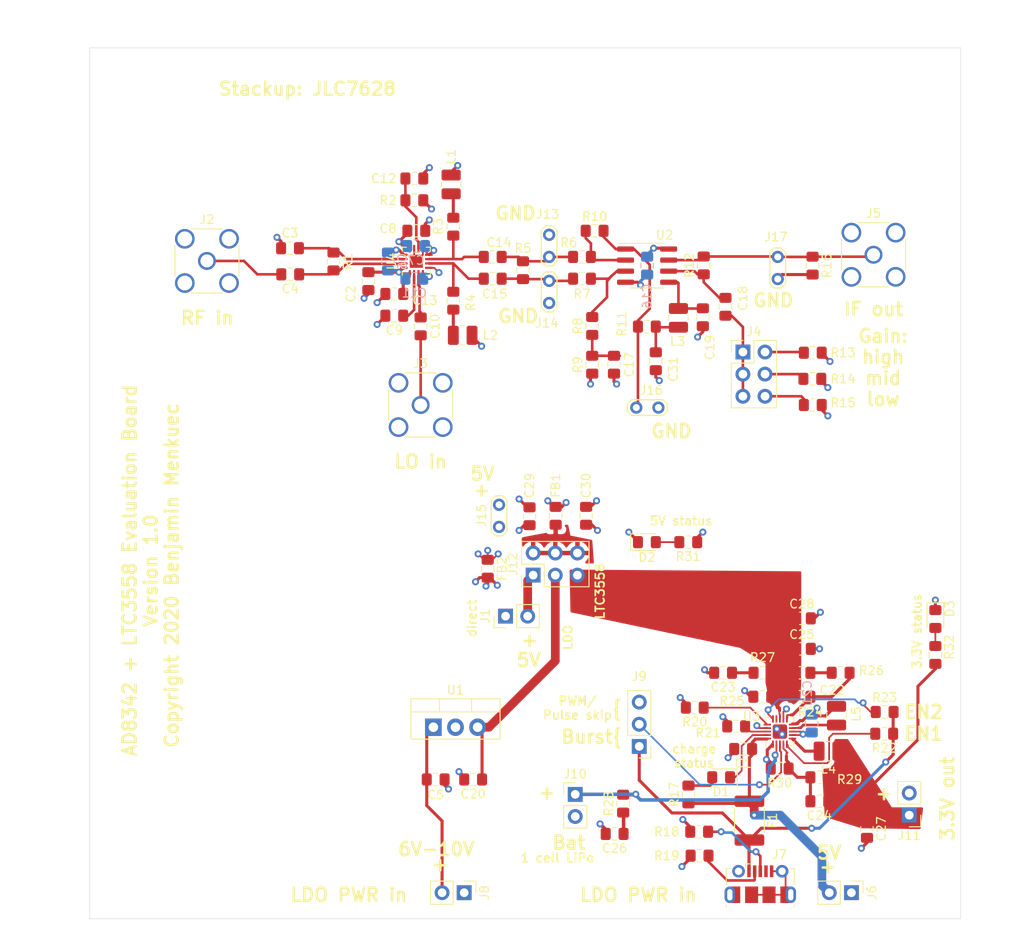
<source format=kicad_pcb>
(kicad_pcb (version 20171130) (host pcbnew "(5.1.5)-2")
  (layers (0 F.Cu signal) (1 In1.Cu power) (2 In2.Cu power) (31 B.Cu signal) (34 B.Paste user) (35 F.Paste user) (36 B.SilkS user) (37 F.SilkS user) (38 B.Mask user) (39 F.Mask user) (44 Edge.Cuts user))
  (net 0 "")
  (net 1 "Net-(F1-Pad2)")
  (net 2 "Net-(C1-Pad1)")
  (net 3 GND)
  (net 4 "Net-(J7-Pad3)")
  (net 5 "Net-(J7-Pad4)")
  (net 6 "Net-(J7-Pad2)")
  (net 7 /5V_LDO)
  (net 8 "Net-(C5-Pad1)")
  (net 9 +5V)
  (net 10 "Net-(J17-Pad2)")
  (net 11 "Net-(C18-Pad2)")
  (net 12 "Net-(C19-Pad1)")
  (net 13 "Net-(R10-Pad1)")
  (net 14 "Net-(D1-Pad1)")
  (net 15 "Net-(R21-Pad1)")
  (net 16 "Net-(R20-Pad1)")
  (net 17 "Net-(R23-Pad1)")
  (net 18 "Net-(U3-Pad14)")
  (net 19 /5V_Switching)
  (net 20 "Net-(R24-Pad1)")
  (net 21 "Net-(L5-Pad2)")
  (net 22 "Net-(L5-Pad1)")
  (net 23 "Net-(C21-Pad1)")
  (net 24 "Net-(L4-Pad2)")
  (net 25 "Net-(R22-Pad2)")
  (net 26 "Net-(C24-Pad2)")
  (net 27 /mode)
  (net 28 "Net-(J10-Pad1)")
  (net 29 "Net-(C4-Pad1)")
  (net 30 "Net-(C3-Pad1)")
  (net 31 "Net-(C12-Pad2)")
  (net 32 "Net-(C14-Pad1)")
  (net 33 "Net-(C15-Pad1)")
  (net 34 "Net-(C10-Pad1)")
  (net 35 "Net-(C9-Pad1)")
  (net 36 "Net-(C4-Pad2)")
  (net 37 "Net-(C10-Pad2)")
  (net 38 "Net-(C14-Pad2)")
  (net 39 "Net-(C15-Pad2)")
  (net 40 "Net-(C17-Pad2)")
  (net 41 "Net-(C18-Pad1)")
  (net 42 "Net-(C22-Pad1)")
  (net 43 "Net-(C23-Pad1)")
  (net 44 /3V3)
  (net 45 "Net-(C26-Pad1)")
  (net 46 "Net-(C31-Pad1)")
  (net 47 "Net-(D1-Pad2)")
  (net 48 "Net-(D2-Pad2)")
  (net 49 "Net-(FB1-Pad2)")
  (net 50 "Net-(J1-Pad2)")
  (net 51 "Net-(J4-Pad6)")
  (net 52 "Net-(J4-Pad4)")
  (net 53 "Net-(J16-Pad2)")
  (net 54 "Net-(L1-Pad1)")
  (net 55 "Net-(L2-Pad1)")
  (net 56 "Net-(J4-Pad2)")
  (net 57 "Net-(R7-Pad2)")
  (net 58 "Net-(D3-Pad2)")
  (net 59 GNDA)
  (module MountingHole:MountingHole_3.2mm_M3 (layer F.Cu) (at 195 145)
    (fp_text reference REF** hide)
    (fp_text value MountingHole_3.2mm_M3)
    (pad 1 np_thru_hole circle (at 0 0) (size 3.2 3.2) (drill 3.2) (layers *.Cu *.Mask))
  )
  (module MountingHole:MountingHole_3.2mm_M3 (layer F.Cu) (at 105 145)
    (fp_text reference REF** hide)
    (fp_text value MountingHole_3.2mm_M3)
    (pad 1 np_thru_hole circle (at 0 0) (size 3.2 3.2) (drill 3.2) (layers *.Cu *.Mask))
  )
  (module MountingHole:MountingHole_3.2mm_M3 (layer F.Cu) (at 105 55)
    (fp_text reference REF** hide)
    (fp_text value MountingHole_3.2mm_M3)
    (pad 1 np_thru_hole circle (at 0 0) (size 3.2 3.2) (drill 3.2) (layers *.Cu *.Mask))
  )
  (module MountingHole:MountingHole_3.2mm_M3 (layer F.Cu) (at 195 55)
    (fp_text reference REF** hide)
    (fp_text value MountingHole_3.2mm_M3)
    (pad 1 np_thru_hole circle (at 0 0) (size 3.2 3.2) (drill 3.2) (layers *.Cu *.Mask))
  )
  (module Inductor_SMD:L_0805_2012Metric_Pad1.15x1.40mm_HandSolder (layer F.Cu) (at 145.7 109.8 270)
    (fp_text reference FB2 (at 0 -1.65 90) (layer F.SilkS))
    (fp_text value Ferrite_Bead)
    (pad 2 smd roundrect (at 1.025 0 270) (size 1.15 1.4) (layers F.Cu F.Paste F.Mask) (roundrect_rratio 0.217391) (net 3 GND))
    (pad 1 smd roundrect (at -1.025 0 270) (size 1.15 1.4) (layers F.Cu F.Paste F.Mask) (roundrect_rratio 0.217391) (net 59 GNDA))
  )
  (module LED_SMD:LED_0805_2012Metric_Pad1.15x1.40mm_HandSolder (layer F.Cu) (at 197.1 115.575 270)
    (fp_text reference D3 (at -1.175 -1.65 90) (layer F.SilkS))
    (fp_text value PWR_LED_3V3)
    (pad 2 smd roundrect (at 1.025 0 270) (size 1.15 1.4) (layers F.Cu F.Paste F.Mask) (roundrect_rratio 0.217391) (net 58 "Net-(D3-Pad2)"))
    (pad 1 smd roundrect (at -1.025 0 270) (size 1.15 1.4) (layers F.Cu F.Paste F.Mask) (roundrect_rratio 0.217391) (net 3 GND))
  )
  (module Resistor_SMD:R_0805_2012Metric_Pad1.15x1.40mm_HandSolder (layer F.Cu) (at 197.1 119.7 90)
    (fp_text reference R32 (at 0.9 1.6 90) (layer F.SilkS))
    (fp_text value 510)
    (pad 2 smd roundrect (at 1.025 0 90) (size 1.15 1.4) (layers F.Cu F.Paste F.Mask) (roundrect_rratio 0.217391) (net 58 "Net-(D3-Pad2)"))
    (pad 1 smd roundrect (at -1.025 0 90) (size 1.15 1.4) (layers F.Cu F.Paste F.Mask) (roundrect_rratio 0.217391) (net 44 /3V3))
  )
  (module Inductor_SMD:L_1008_2520Metric (layer F.Cu) (at 185.75 126.675 90)
    (fp_text reference L5 (at 0.175 2.25 90) (layer F.SilkS))
    (fp_text value 2.2uH)
    (pad 2 smd roundrect (at 1.075 0 90) (size 1.25 2.2) (layers F.Cu F.Paste F.Mask) (roundrect_rratio 0.2) (net 21 "Net-(L5-Pad2)"))
    (pad 1 smd roundrect (at -1.075 0 90) (size 1.25 2.2) (layers F.Cu F.Paste F.Mask) (roundrect_rratio 0.2) (net 22 "Net-(L5-Pad1)"))
  )
  (module Inductor_SMD:L_1008_2520Metric (layer F.Cu) (at 184.825 130.75 180)
    (fp_text reference L4 (at 0 -2.05) (layer F.SilkS))
    (fp_text value "4.7uH 400mA")
    (pad 2 smd roundrect (at 1.075 0 180) (size 1.25 2.2) (layers F.Cu F.Paste F.Mask) (roundrect_rratio 0.2) (net 24 "Net-(L4-Pad2)"))
    (pad 1 smd roundrect (at -1.075 0 180) (size 1.25 2.2) (layers F.Cu F.Paste F.Mask) (roundrect_rratio 0.2) (net 44 /3V3))
  )
  (module Inductor_SMD:L_1008_2520Metric (layer F.Cu) (at 167.6 81 270)
    (fp_text reference L3 (at 2.7 0.1 180) (layer F.SilkS))
    (fp_text value 22uH)
    (pad 2 smd roundrect (at 1.075 0 270) (size 1.25 2.2) (layers F.Cu F.Paste F.Mask) (roundrect_rratio 0.2) (net 46 "Net-(C31-Pad1)"))
    (pad 1 smd roundrect (at -1.075 0 270) (size 1.25 2.2) (layers F.Cu F.Paste F.Mask) (roundrect_rratio 0.2) (net 12 "Net-(C19-Pad1)"))
  )
  (module Inductor_SMD:L_1008_2520Metric (layer F.Cu) (at 142.825 83)
    (fp_text reference L2 (at 3.175 0) (layer F.SilkS))
    (fp_text value 22uH)
    (pad 2 smd roundrect (at 1.075 0) (size 1.25 2.2) (layers F.Cu F.Paste F.Mask) (roundrect_rratio 0.2) (net 9 +5V))
    (pad 1 smd roundrect (at -1.075 0) (size 1.25 2.2) (layers F.Cu F.Paste F.Mask) (roundrect_rratio 0.2) (net 55 "Net-(L2-Pad1)"))
  )
  (module Inductor_SMD:L_1008_2520Metric (layer F.Cu) (at 141.5 65.675 90)
    (fp_text reference L1 (at 3.175 0 90) (layer F.SilkS))
    (fp_text value 22uH)
    (pad 2 smd roundrect (at 1.075 0 90) (size 1.25 2.2) (layers F.Cu F.Paste F.Mask) (roundrect_rratio 0.2) (net 9 +5V))
    (pad 1 smd roundrect (at -1.075 0 90) (size 1.25 2.2) (layers F.Cu F.Paste F.Mask) (roundrect_rratio 0.2) (net 54 "Net-(L1-Pad1)"))
  )
  (module Connector_PinHeader_2.54mm:PinHeader_1x02_P2.54mm_Vertical (layer F.Cu) (at 143 147 270)
    (fp_text reference J8 (at 0 -2.33 90) (layer F.SilkS))
    (fp_text value PWR_in_LDO)
    (pad 2 thru_hole oval (at 0 2.54 270) (size 1.7 1.7) (drill 1) (layers *.Cu *.Mask) (net 8 "Net-(C5-Pad1)"))
    (pad 1 thru_hole rect (at 0 0 270) (size 1.7 1.7) (drill 1) (layers *.Cu *.Mask) (net 3 GND))
  )
  (module Connector_PinHeader_2.54mm:PinHeader_2x03_P2.54mm_Vertical (layer F.Cu) (at 150.92 110.54 90)
    (fp_text reference J12 (at 1.27 -2.33 90) (layer F.SilkS))
    (fp_text value PWR_Jumper)
    (pad 6 thru_hole oval (at 2.54 5.08 90) (size 1.7 1.7) (drill 1) (layers *.Cu *.Mask) (net 49 "Net-(FB1-Pad2)"))
    (pad 5 thru_hole oval (at 0 5.08 90) (size 1.7 1.7) (drill 1) (layers *.Cu *.Mask) (net 19 /5V_Switching))
    (pad 4 thru_hole oval (at 2.54 2.54 90) (size 1.7 1.7) (drill 1) (layers *.Cu *.Mask) (net 49 "Net-(FB1-Pad2)"))
    (pad 3 thru_hole oval (at 0 2.54 90) (size 1.7 1.7) (drill 1) (layers *.Cu *.Mask) (net 7 /5V_LDO))
    (pad 2 thru_hole oval (at 2.54 0 90) (size 1.7 1.7) (drill 1) (layers *.Cu *.Mask) (net 49 "Net-(FB1-Pad2)"))
    (pad 1 thru_hole rect (at 0 0 90) (size 1.7 1.7) (drill 1) (layers *.Cu *.Mask) (net 50 "Net-(J1-Pad2)"))
  )
  (module Connector_PinHeader_2.54mm:PinHeader_2x03_P2.54mm_Vertical (layer F.Cu) (at 175 84.92)
    (fp_text reference J4 (at 1.27 -2.33) (layer F.SilkS))
    (fp_text value Gain_Jumper)
    (pad 6 thru_hole oval (at 2.54 5.08) (size 1.7 1.7) (drill 1) (layers *.Cu *.Mask) (net 51 "Net-(J4-Pad6)"))
    (pad 5 thru_hole oval (at 0 5.08) (size 1.7 1.7) (drill 1) (layers *.Cu *.Mask) (net 41 "Net-(C18-Pad1)"))
    (pad 4 thru_hole oval (at 2.54 2.54) (size 1.7 1.7) (drill 1) (layers *.Cu *.Mask) (net 52 "Net-(J4-Pad4)"))
    (pad 3 thru_hole oval (at 0 2.54) (size 1.7 1.7) (drill 1) (layers *.Cu *.Mask) (net 41 "Net-(C18-Pad1)"))
    (pad 2 thru_hole oval (at 2.54 0) (size 1.7 1.7) (drill 1) (layers *.Cu *.Mask) (net 56 "Net-(J4-Pad2)"))
    (pad 1 thru_hole rect (at 0 0) (size 1.7 1.7) (drill 1) (layers *.Cu *.Mask) (net 41 "Net-(C18-Pad1)"))
  )
  (module Resistor_SMD:R_0805_2012Metric_Pad1.15x1.40mm_HandSolder (layer F.Cu) (at 168.725 106.75 180)
    (fp_text reference R31 (at 0 -1.65) (layer F.SilkS))
    (fp_text value 510)
    (pad 2 smd roundrect (at 1.025 0 180) (size 1.15 1.4) (layers F.Cu F.Paste F.Mask) (roundrect_rratio 0.217391) (net 48 "Net-(D2-Pad2)"))
    (pad 1 smd roundrect (at -1.025 0 180) (size 1.15 1.4) (layers F.Cu F.Paste F.Mask) (roundrect_rratio 0.217391) (net 9 +5V))
  )
  (module Resistor_SMD:R_0805_2012Metric_Pad1.15x1.40mm_HandSolder (layer F.Cu) (at 179.225 132.75 180)
    (fp_text reference R30 (at 0 -1.65) (layer F.SilkS))
    (fp_text value 200K)
    (pad 2 smd roundrect (at 1.025 0 180) (size 1.15 1.4) (layers F.Cu F.Paste F.Mask) (roundrect_rratio 0.217391) (net 3 GND))
    (pad 1 smd roundrect (at -1.025 0 180) (size 1.15 1.4) (layers F.Cu F.Paste F.Mask) (roundrect_rratio 0.217391) (net 26 "Net-(C24-Pad2)"))
  )
  (module Resistor_SMD:R_0805_2012Metric_Pad1.15x1.40mm_HandSolder (layer F.Cu) (at 183.775 133.75 180)
    (fp_text reference R29 (at -3.475 -0.25) (layer F.SilkS))
    (fp_text value 619k)
    (pad 2 smd roundrect (at 1.025 0 180) (size 1.15 1.4) (layers F.Cu F.Paste F.Mask) (roundrect_rratio 0.217391) (net 26 "Net-(C24-Pad2)"))
    (pad 1 smd roundrect (at -1.025 0 180) (size 1.15 1.4) (layers F.Cu F.Paste F.Mask) (roundrect_rratio 0.217391) (net 44 /3V3))
  )
  (module Resistor_SMD:R_0805_2012Metric_Pad1.15x1.40mm_HandSolder (layer F.Cu) (at 161.25 136.775 90)
    (fp_text reference R28 (at 0 -1.65 90) (layer F.SilkS))
    (fp_text value 1)
    (pad 2 smd roundrect (at 1.025 0 90) (size 1.15 1.4) (layers F.Cu F.Paste F.Mask) (roundrect_rratio 0.217391) (net 28 "Net-(J10-Pad1)"))
    (pad 1 smd roundrect (at -1.025 0 90) (size 1.15 1.4) (layers F.Cu F.Paste F.Mask) (roundrect_rratio 0.217391) (net 45 "Net-(C26-Pad1)"))
  )
  (module Resistor_SMD:R_0805_2012Metric_Pad1.15x1.40mm_HandSolder (layer F.Cu) (at 177.25 121.75 180)
    (fp_text reference R27 (at 0 1.75) (layer F.SilkS))
    (fp_text value 77K)
    (pad 2 smd roundrect (at 1.025 0 180) (size 1.15 1.4) (layers F.Cu F.Paste F.Mask) (roundrect_rratio 0.217391) (net 43 "Net-(C23-Pad1)"))
    (pad 1 smd roundrect (at -1.025 0 180) (size 1.15 1.4) (layers F.Cu F.Paste F.Mask) (roundrect_rratio 0.217391) (net 19 /5V_Switching))
  )
  (module Resistor_SMD:R_0805_2012Metric_Pad1.15x1.40mm_HandSolder (layer F.Cu) (at 186.225 121.75 180)
    (fp_text reference R26 (at -3.525 0.25) (layer F.SilkS))
    (fp_text value 300K)
    (pad 2 smd roundrect (at 1.025 0 180) (size 1.15 1.4) (layers F.Cu F.Paste F.Mask) (roundrect_rratio 0.217391) (net 42 "Net-(C22-Pad1)"))
    (pad 1 smd roundrect (at -1.025 0 180) (size 1.15 1.4) (layers F.Cu F.Paste F.Mask) (roundrect_rratio 0.217391) (net 20 "Net-(R24-Pad1)"))
  )
  (module Resistor_SMD:R_0805_2012Metric_Pad1.15x1.40mm_HandSolder (layer F.Cu) (at 177.225 124.5 180)
    (fp_text reference R25 (at 3.475 -0.5) (layer F.SilkS))
    (fp_text value 200K)
    (pad 2 smd roundrect (at 1.025 0 180) (size 1.15 1.4) (layers F.Cu F.Paste F.Mask) (roundrect_rratio 0.217391) (net 3 GND))
    (pad 1 smd roundrect (at -1.025 0 180) (size 1.15 1.4) (layers F.Cu F.Paste F.Mask) (roundrect_rratio 0.217391) (net 19 /5V_Switching))
  )
  (module Resistor_SMD:R_0805_2012Metric_Pad1.15x1.40mm_HandSolder (layer F.Cu) (at 181.725 124.5 180)
    (fp_text reference R24 (at -1.025 -1.75 180) (layer F.SilkS))
    (fp_text value 1M05)
    (pad 2 smd roundrect (at 1.025 0 180) (size 1.15 1.4) (layers F.Cu F.Paste F.Mask) (roundrect_rratio 0.217391) (net 19 /5V_Switching))
    (pad 1 smd roundrect (at -1.025 0 180) (size 1.15 1.4) (layers F.Cu F.Paste F.Mask) (roundrect_rratio 0.217391) (net 20 "Net-(R24-Pad1)"))
  )
  (module Resistor_SMD:R_0805_2012Metric_Pad1.15x1.40mm_HandSolder (layer F.Cu) (at 191.275 126.25)
    (fp_text reference R23 (at 0 -1.65) (layer F.SilkS))
    (fp_text value 10k)
    (pad 2 smd roundrect (at 1.025 0) (size 1.15 1.4) (layers F.Cu F.Paste F.Mask) (roundrect_rratio 0.217391) (net 1 "Net-(F1-Pad2)"))
    (pad 1 smd roundrect (at -1.025 0) (size 1.15 1.4) (layers F.Cu F.Paste F.Mask) (roundrect_rratio 0.217391) (net 17 "Net-(R23-Pad1)"))
  )
  (module Resistor_SMD:R_0805_2012Metric_Pad1.15x1.40mm_HandSolder (layer F.Cu) (at 191.225 128.75 180)
    (fp_text reference R22 (at 0 -1.65) (layer F.SilkS))
    (fp_text value 10k)
    (pad 2 smd roundrect (at 1.025 0 180) (size 1.15 1.4) (layers F.Cu F.Paste F.Mask) (roundrect_rratio 0.217391) (net 25 "Net-(R22-Pad2)"))
    (pad 1 smd roundrect (at -1.025 0 180) (size 1.15 1.4) (layers F.Cu F.Paste F.Mask) (roundrect_rratio 0.217391) (net 1 "Net-(F1-Pad2)"))
  )
  (module Resistor_SMD:R_0805_2012Metric_Pad1.15x1.40mm_HandSolder (layer F.Cu) (at 174.225 127.9 180)
    (fp_text reference R21 (at 3.225 -0.75) (layer F.SilkS))
    (fp_text value 1K74)
    (pad 2 smd roundrect (at 1.025 0 180) (size 1.15 1.4) (layers F.Cu F.Paste F.Mask) (roundrect_rratio 0.217391) (net 3 GND))
    (pad 1 smd roundrect (at -1.025 0 180) (size 1.15 1.4) (layers F.Cu F.Paste F.Mask) (roundrect_rratio 0.217391) (net 15 "Net-(R21-Pad1)"))
  )
  (module Resistor_SMD:R_0805_2012Metric_Pad1.15x1.40mm_HandSolder (layer F.Cu) (at 169.475 125.75 180)
    (fp_text reference R20 (at 0 -1.65) (layer F.SilkS))
    (fp_text value 10k)
    (pad 2 smd roundrect (at 1.025 0 180) (size 1.15 1.4) (layers F.Cu F.Paste F.Mask) (roundrect_rratio 0.217391) (net 3 GND))
    (pad 1 smd roundrect (at -1.025 0 180) (size 1.15 1.4) (layers F.Cu F.Paste F.Mask) (roundrect_rratio 0.217391) (net 16 "Net-(R20-Pad1)"))
  )
  (module Resistor_SMD:R_0805_2012Metric_Pad1.15x1.40mm_HandSolder (layer F.Cu) (at 170.025 142.75)
    (fp_text reference R19 (at -3.775 0) (layer F.SilkS))
    (fp_text value 10K)
    (pad 2 smd roundrect (at 1.025 0) (size 1.15 1.4) (layers F.Cu F.Paste F.Mask) (roundrect_rratio 0.217391) (net 6 "Net-(J7-Pad2)"))
    (pad 1 smd roundrect (at -1.025 0) (size 1.15 1.4) (layers F.Cu F.Paste F.Mask) (roundrect_rratio 0.217391) (net 3 GND))
  )
  (module Resistor_SMD:R_0805_2012Metric_Pad1.15x1.40mm_HandSolder (layer F.Cu) (at 169.975 140 180)
    (fp_text reference R18 (at 3.725 0) (layer F.SilkS))
    (fp_text value 10K)
    (pad 2 smd roundrect (at 1.025 0 180) (size 1.15 1.4) (layers F.Cu F.Paste F.Mask) (roundrect_rratio 0.217391) (net 3 GND))
    (pad 1 smd roundrect (at -1.025 0 180) (size 1.15 1.4) (layers F.Cu F.Paste F.Mask) (roundrect_rratio 0.217391) (net 4 "Net-(J7-Pad3)"))
  )
  (module Resistor_SMD:R_0805_2012Metric_Pad1.15x1.40mm_HandSolder (layer F.Cu) (at 168.75 135.725 90)
    (fp_text reference R17 (at 0 -1.65 90) (layer F.SilkS))
    (fp_text value 510)
    (pad 2 smd roundrect (at 1.025 0 90) (size 1.15 1.4) (layers F.Cu F.Paste F.Mask) (roundrect_rratio 0.217391) (net 47 "Net-(D1-Pad2)"))
    (pad 1 smd roundrect (at -1.025 0 90) (size 1.15 1.4) (layers F.Cu F.Paste F.Mask) (roundrect_rratio 0.217391) (net 2 "Net-(C1-Pad1)"))
  )
  (module Resistor_SMD:R_0805_2012Metric_Pad1.15x1.40mm_HandSolder (layer F.Cu) (at 183 75 270)
    (fp_text reference R16 (at 0 -1.65 90) (layer F.SilkS))
    (fp_text value load)
    (pad 2 smd roundrect (at 1.025 0 270) (size 1.15 1.4) (layers F.Cu F.Paste F.Mask) (roundrect_rratio 0.217391) (net 59 GNDA))
    (pad 1 smd roundrect (at -1.025 0 270) (size 1.15 1.4) (layers F.Cu F.Paste F.Mask) (roundrect_rratio 0.217391) (net 10 "Net-(J17-Pad2)"))
  )
  (module Resistor_SMD:R_0805_2012Metric_Pad1.15x1.40mm_HandSolder (layer F.Cu) (at 183.025 91)
    (fp_text reference R15 (at 3.475 -0.25) (layer F.SilkS))
    (fp_text value 470)
    (pad 2 smd roundrect (at 1.025 0) (size 1.15 1.4) (layers F.Cu F.Paste F.Mask) (roundrect_rratio 0.217391) (net 59 GNDA))
    (pad 1 smd roundrect (at -1.025 0) (size 1.15 1.4) (layers F.Cu F.Paste F.Mask) (roundrect_rratio 0.217391) (net 51 "Net-(J4-Pad6)"))
  )
  (module Resistor_SMD:R_0805_2012Metric_Pad1.15x1.40mm_HandSolder (layer F.Cu) (at 182.975 88)
    (fp_text reference R14 (at 3.525 0) (layer F.SilkS))
    (fp_text value 2K2)
    (pad 2 smd roundrect (at 1.025 0) (size 1.15 1.4) (layers F.Cu F.Paste F.Mask) (roundrect_rratio 0.217391) (net 59 GNDA))
    (pad 1 smd roundrect (at -1.025 0) (size 1.15 1.4) (layers F.Cu F.Paste F.Mask) (roundrect_rratio 0.217391) (net 52 "Net-(J4-Pad4)"))
  )
  (module Resistor_SMD:R_0805_2012Metric_Pad1.15x1.40mm_HandSolder (layer F.Cu) (at 183.025 85)
    (fp_text reference R13 (at 3.475 0) (layer F.SilkS))
    (fp_text value 4K7)
    (pad 2 smd roundrect (at 1.025 0) (size 1.15 1.4) (layers F.Cu F.Paste F.Mask) (roundrect_rratio 0.217391) (net 59 GNDA))
    (pad 1 smd roundrect (at -1.025 0) (size 1.15 1.4) (layers F.Cu F.Paste F.Mask) (roundrect_rratio 0.217391) (net 56 "Net-(J4-Pad2)"))
  )
  (module Resistor_SMD:R_0805_2012Metric_Pad1.15x1.40mm_HandSolder (layer F.Cu) (at 170.5 74.975 90)
    (fp_text reference R12 (at 0 -1.65 90) (layer F.SilkS))
    (fp_text value 10k)
    (pad 2 smd roundrect (at 1.025 0 90) (size 1.15 1.4) (layers F.Cu F.Paste F.Mask) (roundrect_rratio 0.217391) (net 10 "Net-(J17-Pad2)"))
    (pad 1 smd roundrect (at -1.025 0 90) (size 1.15 1.4) (layers F.Cu F.Paste F.Mask) (roundrect_rratio 0.217391) (net 11 "Net-(C18-Pad2)"))
  )
  (module Resistor_SMD:R_0805_2012Metric_Pad1.15x1.40mm_HandSolder (layer F.Cu) (at 163.975 82)
    (fp_text reference R11 (at -2.875 -0.3 90) (layer F.SilkS))
    (fp_text value 100)
    (pad 2 smd roundrect (at 1.025 0) (size 1.15 1.4) (layers F.Cu F.Paste F.Mask) (roundrect_rratio 0.217391) (net 46 "Net-(C31-Pad1)"))
    (pad 1 smd roundrect (at -1.025 0) (size 1.15 1.4) (layers F.Cu F.Paste F.Mask) (roundrect_rratio 0.217391) (net 53 "Net-(J16-Pad2)"))
  )
  (module Resistor_SMD:R_0805_2012Metric_Pad1.15x1.40mm_HandSolder (layer F.Cu) (at 157.975 71)
    (fp_text reference R10 (at 0 -1.65) (layer F.SilkS))
    (fp_text value 4k7)
    (pad 2 smd roundrect (at 1.025 0) (size 1.15 1.4) (layers F.Cu F.Paste F.Mask) (roundrect_rratio 0.217391) (net 53 "Net-(J16-Pad2)"))
    (pad 1 smd roundrect (at -1.025 0) (size 1.15 1.4) (layers F.Cu F.Paste F.Mask) (roundrect_rratio 0.217391) (net 13 "Net-(R10-Pad1)"))
  )
  (module Resistor_SMD:R_0805_2012Metric_Pad1.15x1.40mm_HandSolder (layer F.Cu) (at 157.7 86.375 90)
    (fp_text reference R9 (at 0 -1.65 90) (layer F.SilkS))
    (fp_text value 4k7)
    (pad 2 smd roundrect (at 1.025 0 90) (size 1.15 1.4) (layers F.Cu F.Paste F.Mask) (roundrect_rratio 0.217391) (net 40 "Net-(C17-Pad2)"))
    (pad 1 smd roundrect (at -1.025 0 90) (size 1.15 1.4) (layers F.Cu F.Paste F.Mask) (roundrect_rratio 0.217391) (net 59 GNDA))
  )
  (module Resistor_SMD:R_0805_2012Metric_Pad1.15x1.40mm_HandSolder (layer F.Cu) (at 157.7 81.925 90)
    (fp_text reference R8 (at 0 -1.65 90) (layer F.SilkS))
    (fp_text value 4k7)
    (pad 2 smd roundrect (at 1.025 0 90) (size 1.15 1.4) (layers F.Cu F.Paste F.Mask) (roundrect_rratio 0.217391) (net 57 "Net-(R7-Pad2)"))
    (pad 1 smd roundrect (at -1.025 0 90) (size 1.15 1.4) (layers F.Cu F.Paste F.Mask) (roundrect_rratio 0.217391) (net 40 "Net-(C17-Pad2)"))
  )
  (module Resistor_SMD:R_0805_2012Metric_Pad1.15x1.40mm_HandSolder (layer F.Cu) (at 156.525 76.5)
    (fp_text reference R7 (at 0 1.75) (layer F.SilkS))
    (fp_text value 100)
    (pad 2 smd roundrect (at 1.025 0) (size 1.15 1.4) (layers F.Cu F.Paste F.Mask) (roundrect_rratio 0.217391) (net 57 "Net-(R7-Pad2)"))
    (pad 1 smd roundrect (at -1.025 0) (size 1.15 1.4) (layers F.Cu F.Paste F.Mask) (roundrect_rratio 0.217391) (net 39 "Net-(C15-Pad2)"))
  )
  (module Resistor_SMD:R_0805_2012Metric_Pad1.15x1.40mm_HandSolder (layer F.Cu) (at 156.525 74)
    (fp_text reference R6 (at -1.525 -1.65) (layer F.SilkS))
    (fp_text value 100)
    (pad 2 smd roundrect (at 1.025 0) (size 1.15 1.4) (layers F.Cu F.Paste F.Mask) (roundrect_rratio 0.217391) (net 13 "Net-(R10-Pad1)"))
    (pad 1 smd roundrect (at -1.025 0) (size 1.15 1.4) (layers F.Cu F.Paste F.Mask) (roundrect_rratio 0.217391) (net 38 "Net-(C14-Pad2)"))
  )
  (module Resistor_SMD:R_0805_2012Metric_Pad1.15x1.40mm_HandSolder (layer F.Cu) (at 149.75 75.525 270)
    (fp_text reference R5 (at -2.525 0 180) (layer F.SilkS))
    (fp_text value load)
    (pad 2 smd roundrect (at 1.025 0 270) (size 1.15 1.4) (layers F.Cu F.Paste F.Mask) (roundrect_rratio 0.217391) (net 39 "Net-(C15-Pad2)"))
    (pad 1 smd roundrect (at -1.025 0 270) (size 1.15 1.4) (layers F.Cu F.Paste F.Mask) (roundrect_rratio 0.217391) (net 38 "Net-(C14-Pad2)"))
  )
  (module Resistor_SMD:R_0805_2012Metric_Pad1.15x1.40mm_HandSolder (layer F.Cu) (at 141.75 79.025 90)
    (fp_text reference R4 (at -0.225 2 90) (layer F.SilkS))
    (fp_text value 10)
    (pad 2 smd roundrect (at 1.025 0 90) (size 1.15 1.4) (layers F.Cu F.Paste F.Mask) (roundrect_rratio 0.217391) (net 33 "Net-(C15-Pad1)"))
    (pad 1 smd roundrect (at -1.025 0 90) (size 1.15 1.4) (layers F.Cu F.Paste F.Mask) (roundrect_rratio 0.217391) (net 55 "Net-(L2-Pad1)"))
  )
  (module Resistor_SMD:R_0805_2012Metric_Pad1.15x1.40mm_HandSolder (layer F.Cu) (at 141.75 70.525 270)
    (fp_text reference R3 (at -0.025 1.75 90) (layer F.SilkS))
    (fp_text value 10)
    (pad 2 smd roundrect (at 1.025 0 270) (size 1.15 1.4) (layers F.Cu F.Paste F.Mask) (roundrect_rratio 0.217391) (net 32 "Net-(C14-Pad1)"))
    (pad 1 smd roundrect (at -1.025 0 270) (size 1.15 1.4) (layers F.Cu F.Paste F.Mask) (roundrect_rratio 0.217391) (net 54 "Net-(L1-Pad1)"))
  )
  (module Resistor_SMD:R_0805_2012Metric_Pad1.15x1.40mm_HandSolder (layer F.Cu) (at 137.275 67.5 180)
    (fp_text reference R2 (at 3.025 0) (layer F.SilkS))
    (fp_text value 1k82)
    (pad 2 smd roundrect (at 1.025 0 180) (size 1.15 1.4) (layers F.Cu F.Paste F.Mask) (roundrect_rratio 0.217391) (net 31 "Net-(C12-Pad2)"))
    (pad 1 smd roundrect (at -1.025 0 180) (size 1.15 1.4) (layers F.Cu F.Paste F.Mask) (roundrect_rratio 0.217391) (net 59 GNDA))
  )
  (module Resistor_SMD:R_0805_2012Metric_Pad1.15x1.40mm_HandSolder (layer F.Cu) (at 128 74.525 270)
    (fp_text reference R1 (at 0 -1.65 90) (layer F.SilkS))
    (fp_text value 100)
    (pad 2 smd roundrect (at 1.025 0 270) (size 1.15 1.4) (layers F.Cu F.Paste F.Mask) (roundrect_rratio 0.217391) (net 29 "Net-(C4-Pad1)"))
    (pad 1 smd roundrect (at -1.025 0 270) (size 1.15 1.4) (layers F.Cu F.Paste F.Mask) (roundrect_rratio 0.217391) (net 30 "Net-(C3-Pad1)"))
  )
  (module TestPoint:TestPoint_2Pads_Pitch2.54mm_Drill0.8mm (layer F.Cu) (at 179 76.54 90)
    (fp_text reference J17 (at 4.84 -0.2 180) (layer F.SilkS))
    (fp_text value TP3)
    (pad 2 thru_hole circle (at 2.54 0 90) (size 1.4 1.4) (drill 0.8) (layers *.Cu *.Mask) (net 10 "Net-(J17-Pad2)"))
    (pad 1 thru_hole circle (at 0 0 90) (size 1.4 1.4) (drill 0.8) (layers *.Cu *.Mask) (net 59 GNDA))
  )
  (module TestPoint:TestPoint_2Pads_Pitch2.54mm_Drill0.8mm (layer F.Cu) (at 165.3 91.3 180)
    (fp_text reference J16 (at 0.8 2) (layer F.SilkS))
    (fp_text value TP2)
    (pad 2 thru_hole circle (at 2.54 0 180) (size 1.4 1.4) (drill 0.8) (layers *.Cu *.Mask) (net 53 "Net-(J16-Pad2)"))
    (pad 1 thru_hole circle (at 0 0 180) (size 1.4 1.4) (drill 0.8) (layers *.Cu *.Mask) (net 59 GNDA))
  )
  (module TestPoint:TestPoint_2Pads_Pitch2.54mm_Drill0.8mm (layer F.Cu) (at 147 105 90)
    (fp_text reference J15 (at 1.3 -2 90) (layer F.SilkS))
    (fp_text value TP_PWR)
    (pad 2 thru_hole circle (at 2.54 0 90) (size 1.4 1.4) (drill 0.8) (layers *.Cu *.Mask) (net 9 +5V))
    (pad 1 thru_hole circle (at 0 0 90) (size 1.4 1.4) (drill 0.8) (layers *.Cu *.Mask) (net 59 GNDA))
  )
  (module TestPoint:TestPoint_2Pads_Pitch2.54mm_Drill0.8mm (layer F.Cu) (at 152.75 79.29 90)
    (fp_text reference J14 (at -2.31 -0.25 180) (layer F.SilkS))
    (fp_text value TP1)
    (pad 2 thru_hole circle (at 2.54 0 90) (size 1.4 1.4) (drill 0.8) (layers *.Cu *.Mask) (net 39 "Net-(C15-Pad2)"))
    (pad 1 thru_hole circle (at 0 0 90) (size 1.4 1.4) (drill 0.8) (layers *.Cu *.Mask) (net 59 GNDA))
  )
  (module TestPoint:TestPoint_2Pads_Pitch2.54mm_Drill0.8mm (layer F.Cu) (at 152.75 74 90)
    (fp_text reference J13 (at 4.9 -0.15 180) (layer F.SilkS))
    (fp_text value TP1)
    (pad 2 thru_hole circle (at 2.54 0 90) (size 1.4 1.4) (drill 0.8) (layers *.Cu *.Mask) (net 59 GNDA))
    (pad 1 thru_hole circle (at 0 0 90) (size 1.4 1.4) (drill 0.8) (layers *.Cu *.Mask) (net 38 "Net-(C14-Pad2)"))
  )
  (module Connector_PinHeader_2.54mm:PinHeader_1x02_P2.54mm_Vertical (layer F.Cu) (at 194.1 138.1 180)
    (fp_text reference J11 (at 0 -2.33) (layer F.SilkS))
    (fp_text value 3V3)
    (pad 2 thru_hole oval (at 0 2.54 180) (size 1.7 1.7) (drill 1) (layers *.Cu *.Mask) (net 3 GND))
    (pad 1 thru_hole rect (at 0 0 180) (size 1.7 1.7) (drill 1) (layers *.Cu *.Mask) (net 44 /3V3))
  )
  (module Connector_PinHeader_2.54mm:PinHeader_1x02_P2.54mm_Vertical (layer F.Cu) (at 155.75 135.71)
    (fp_text reference J10 (at 0 -2.33) (layer F.SilkS))
    (fp_text value Bat)
    (pad 2 thru_hole oval (at 0 2.54) (size 1.7 1.7) (drill 1) (layers *.Cu *.Mask) (net 3 GND))
    (pad 1 thru_hole rect (at 0 0) (size 1.7 1.7) (drill 1) (layers *.Cu *.Mask) (net 28 "Net-(J10-Pad1)"))
  )
  (module Connector_PinHeader_2.54mm:PinHeader_1x03_P2.54mm_Vertical (layer F.Cu) (at 163.1 130.2 180)
    (fp_text reference J9 (at 0 8.04) (layer F.SilkS))
    (fp_text value Mode_Jumper)
    (pad 3 thru_hole oval (at 0 5.08 180) (size 1.7 1.7) (drill 1) (layers *.Cu *.Mask) (net 3 GND))
    (pad 2 thru_hole oval (at 0 2.54 180) (size 1.7 1.7) (drill 1) (layers *.Cu *.Mask) (net 27 /mode))
    (pad 1 thru_hole rect (at 0 0 180) (size 1.7 1.7) (drill 1) (layers *.Cu *.Mask) (net 1 "Net-(F1-Pad2)"))
  )
  (module Connector_PinHeader_2.54mm:PinHeader_1x02_P2.54mm_Vertical (layer F.Cu) (at 187.46 147 270)
    (fp_text reference J6 (at 0 -2.33 90) (layer F.SilkS))
    (fp_text value PWR_in_switching)
    (pad 2 thru_hole oval (at 0 2.54 270) (size 1.7 1.7) (drill 1) (layers *.Cu *.Mask) (net 2 "Net-(C1-Pad1)"))
    (pad 1 thru_hole rect (at 0 0 270) (size 1.7 1.7) (drill 1) (layers *.Cu *.Mask) (net 3 GND))
  )
  (module Connector_Coaxial:SMA_Amphenol_132134_Vertical (layer F.Cu) (at 190 73.75)
    (fp_text reference J5 (at 0 -4.75) (layer F.SilkS))
    (fp_text value IF_out)
    (pad 2 thru_hole circle (at -2.54 2.54) (size 2.25 2.25) (drill 1.7) (layers *.Cu *.Mask) (net 59 GNDA))
    (pad 2 thru_hole circle (at -2.54 -2.54) (size 2.25 2.25) (drill 1.7) (layers *.Cu *.Mask) (net 59 GNDA))
    (pad 2 thru_hole circle (at 2.54 -2.54) (size 2.25 2.25) (drill 1.7) (layers *.Cu *.Mask) (net 59 GNDA))
    (pad 2 thru_hole circle (at 2.54 2.54) (size 2.25 2.25) (drill 1.7) (layers *.Cu *.Mask) (net 59 GNDA))
    (pad 1 thru_hole circle (at 0 0) (size 2.05 2.05) (drill 1.5) (layers *.Cu *.Mask) (net 10 "Net-(J17-Pad2)"))
  )
  (module Connector_Coaxial:SMA_Amphenol_132134_Vertical (layer F.Cu) (at 138 91)
    (fp_text reference J3 (at 0 -4.75) (layer F.SilkS))
    (fp_text value LO_in)
    (pad 2 thru_hole circle (at -2.54 2.54) (size 2.25 2.25) (drill 1.7) (layers *.Cu *.Mask) (net 59 GNDA))
    (pad 2 thru_hole circle (at -2.54 -2.54) (size 2.25 2.25) (drill 1.7) (layers *.Cu *.Mask) (net 59 GNDA))
    (pad 2 thru_hole circle (at 2.54 -2.54) (size 2.25 2.25) (drill 1.7) (layers *.Cu *.Mask) (net 59 GNDA))
    (pad 2 thru_hole circle (at 2.54 2.54) (size 2.25 2.25) (drill 1.7) (layers *.Cu *.Mask) (net 59 GNDA))
    (pad 1 thru_hole circle (at 0 0) (size 2.05 2.05) (drill 1.5) (layers *.Cu *.Mask) (net 37 "Net-(C10-Pad2)"))
  )
  (module Connector_Coaxial:SMA_Amphenol_132134_Vertical (layer F.Cu) (at 113.46 74.46)
    (fp_text reference J2 (at 0 -4.75) (layer F.SilkS))
    (fp_text value RF_in)
    (pad 2 thru_hole circle (at -2.54 2.54) (size 2.25 2.25) (drill 1.7) (layers *.Cu *.Mask) (net 59 GNDA))
    (pad 2 thru_hole circle (at -2.54 -2.54) (size 2.25 2.25) (drill 1.7) (layers *.Cu *.Mask) (net 59 GNDA))
    (pad 2 thru_hole circle (at 2.54 -2.54) (size 2.25 2.25) (drill 1.7) (layers *.Cu *.Mask) (net 59 GNDA))
    (pad 2 thru_hole circle (at 2.54 2.54) (size 2.25 2.25) (drill 1.7) (layers *.Cu *.Mask) (net 59 GNDA))
    (pad 1 thru_hole circle (at 0 0) (size 2.05 2.05) (drill 1.5) (layers *.Cu *.Mask) (net 36 "Net-(C4-Pad2)"))
  )
  (module Connector_PinHeader_2.54mm:PinHeader_1x02_P2.54mm_Vertical (layer F.Cu) (at 147.75 115.25 90)
    (fp_text reference J1 (at 0 -2.33 90) (layer F.SilkS))
    (fp_text value PWR_in_direct)
    (pad 2 thru_hole oval (at 0 2.54 90) (size 1.7 1.7) (drill 1) (layers *.Cu *.Mask) (net 50 "Net-(J1-Pad2)"))
    (pad 1 thru_hole rect (at 0 0 90) (size 1.7 1.7) (drill 1) (layers *.Cu *.Mask) (net 3 GND))
  )
  (module Inductor_SMD:L_0805_2012Metric_Pad1.15x1.40mm_HandSolder (layer F.Cu) (at 153.5 103.725 270)
    (fp_text reference FB1 (at -3.475 0 90) (layer F.SilkS))
    (fp_text value Ferrite_Bead)
    (pad 2 smd roundrect (at 1.025 0 270) (size 1.15 1.4) (layers F.Cu F.Paste F.Mask) (roundrect_rratio 0.217391) (net 49 "Net-(FB1-Pad2)"))
    (pad 1 smd roundrect (at -1.025 0 270) (size 1.15 1.4) (layers F.Cu F.Paste F.Mask) (roundrect_rratio 0.217391) (net 9 +5V))
  )
  (module LED_SMD:LED_0805_2012Metric_Pad1.15x1.40mm_HandSolder (layer F.Cu) (at 163.975 106.75)
    (fp_text reference D2 (at 0 1.75) (layer F.SilkS))
    (fp_text value PWR_LED)
    (pad 2 smd roundrect (at 1.025 0) (size 1.15 1.4) (layers F.Cu F.Paste F.Mask) (roundrect_rratio 0.217391) (net 48 "Net-(D2-Pad2)"))
    (pad 1 smd roundrect (at -1.025 0) (size 1.15 1.4) (layers F.Cu F.Paste F.Mask) (roundrect_rratio 0.217391) (net 59 GNDA))
  )
  (module LED_SMD:LED_0805_2012Metric_Pad1.15x1.40mm_HandSolder (layer F.Cu) (at 172.5 133.75 180)
    (fp_text reference D1 (at 0 -1.65) (layer F.SilkS))
    (fp_text value CHARGE_LED)
    (pad 2 smd roundrect (at 1.025 0 180) (size 1.15 1.4) (layers F.Cu F.Paste F.Mask) (roundrect_rratio 0.217391) (net 47 "Net-(D1-Pad2)"))
    (pad 1 smd roundrect (at -1.025 0 180) (size 1.15 1.4) (layers F.Cu F.Paste F.Mask) (roundrect_rratio 0.217391) (net 14 "Net-(D1-Pad1)"))
  )
  (module Capacitor_SMD:C_0805_2012Metric_Pad1.15x1.40mm_HandSolder (layer F.Cu) (at 165 85.975 270)
    (fp_text reference C31 (at 0.925 -2 90) (layer F.SilkS))
    (fp_text value empty)
    (pad 2 smd roundrect (at 1.025 0 270) (size 1.15 1.4) (layers F.Cu F.Paste F.Mask) (roundrect_rratio 0.217391) (net 59 GNDA))
    (pad 1 smd roundrect (at -1.025 0 270) (size 1.15 1.4) (layers F.Cu F.Paste F.Mask) (roundrect_rratio 0.217391) (net 46 "Net-(C31-Pad1)"))
  )
  (module Capacitor_SMD:C_0805_2012Metric_Pad1.15x1.40mm_HandSolder (layer F.Cu) (at 157 103.725 270)
    (fp_text reference C30 (at -3.475 0 90) (layer F.SilkS))
    (fp_text value 100nF)
    (pad 2 smd roundrect (at 1.025 0 270) (size 1.15 1.4) (layers F.Cu F.Paste F.Mask) (roundrect_rratio 0.217391) (net 59 GNDA))
    (pad 1 smd roundrect (at -1.025 0 270) (size 1.15 1.4) (layers F.Cu F.Paste F.Mask) (roundrect_rratio 0.217391) (net 9 +5V))
  )
  (module Capacitor_SMD:C_0805_2012Metric_Pad1.15x1.40mm_HandSolder (layer F.Cu) (at 150.5 103.775 270)
    (fp_text reference C29 (at -3.525 0 90) (layer F.SilkS))
    (fp_text value 10uF)
    (pad 2 smd roundrect (at 1.025 0 270) (size 1.15 1.4) (layers F.Cu F.Paste F.Mask) (roundrect_rratio 0.217391) (net 59 GNDA))
    (pad 1 smd roundrect (at -1.025 0 270) (size 1.15 1.4) (layers F.Cu F.Paste F.Mask) (roundrect_rratio 0.217391) (net 9 +5V))
  )
  (module Capacitor_SMD:C_0805_2012Metric_Pad1.15x1.40mm_HandSolder (layer F.Cu) (at 181.775 115.5)
    (fp_text reference C28 (at 0 -1.65) (layer F.SilkS))
    (fp_text value 10uF)
    (pad 2 smd roundrect (at 1.025 0) (size 1.15 1.4) (layers F.Cu F.Paste F.Mask) (roundrect_rratio 0.217391) (net 3 GND))
    (pad 1 smd roundrect (at -1.025 0) (size 1.15 1.4) (layers F.Cu F.Paste F.Mask) (roundrect_rratio 0.217391) (net 19 /5V_Switching))
  )
  (module Capacitor_SMD:C_0805_2012Metric_Pad1.15x1.40mm_HandSolder (layer F.Cu) (at 189.25 139.675 270)
    (fp_text reference C27 (at 0 -1.65 90) (layer F.SilkS))
    (fp_text value 10uF)
    (pad 2 smd roundrect (at 1.025 0 270) (size 1.15 1.4) (layers F.Cu F.Paste F.Mask) (roundrect_rratio 0.217391) (net 3 GND))
    (pad 1 smd roundrect (at -1.025 0 270) (size 1.15 1.4) (layers F.Cu F.Paste F.Mask) (roundrect_rratio 0.217391) (net 44 /3V3))
  )
  (module Capacitor_SMD:C_0805_2012Metric_Pad1.15x1.40mm_HandSolder (layer F.Cu) (at 160.275 140.25 180)
    (fp_text reference C26 (at 0 -1.65) (layer F.SilkS))
    (fp_text value 10uF)
    (pad 2 smd roundrect (at 1.025 0 180) (size 1.15 1.4) (layers F.Cu F.Paste F.Mask) (roundrect_rratio 0.217391) (net 3 GND))
    (pad 1 smd roundrect (at -1.025 0 180) (size 1.15 1.4) (layers F.Cu F.Paste F.Mask) (roundrect_rratio 0.217391) (net 45 "Net-(C26-Pad1)"))
  )
  (module Capacitor_SMD:C_0805_2012Metric_Pad1.15x1.40mm_HandSolder (layer F.Cu) (at 181.775 119)
    (fp_text reference C25 (at 0 -1.65) (layer F.SilkS))
    (fp_text value 10pF)
    (pad 2 smd roundrect (at 1.025 0) (size 1.15 1.4) (layers F.Cu F.Paste F.Mask) (roundrect_rratio 0.217391) (net 3 GND))
    (pad 1 smd roundrect (at -1.025 0) (size 1.15 1.4) (layers F.Cu F.Paste F.Mask) (roundrect_rratio 0.217391) (net 19 /5V_Switching))
  )
  (module Capacitor_SMD:C_0805_2012Metric_Pad1.15x1.40mm_HandSolder (layer F.Cu) (at 183.775 136.5 180)
    (fp_text reference C24 (at 0 -1.65) (layer F.SilkS))
    (fp_text value 10pF)
    (pad 2 smd roundrect (at 1.025 0 180) (size 1.15 1.4) (layers F.Cu F.Paste F.Mask) (roundrect_rratio 0.217391) (net 26 "Net-(C24-Pad2)"))
    (pad 1 smd roundrect (at -1.025 0 180) (size 1.15 1.4) (layers F.Cu F.Paste F.Mask) (roundrect_rratio 0.217391) (net 44 /3V3))
  )
  (module Capacitor_SMD:C_0805_2012Metric_Pad1.15x1.40mm_HandSolder (layer F.Cu) (at 172.725 121.75 180)
    (fp_text reference C23 (at 0 -1.65) (layer F.SilkS))
    (fp_text value 330pF)
    (pad 2 smd roundrect (at 1.025 0 180) (size 1.15 1.4) (layers F.Cu F.Paste F.Mask) (roundrect_rratio 0.217391) (net 3 GND))
    (pad 1 smd roundrect (at -1.025 0 180) (size 1.15 1.4) (layers F.Cu F.Paste F.Mask) (roundrect_rratio 0.217391) (net 43 "Net-(C23-Pad1)"))
  )
  (module Capacitor_SMD:C_0805_2012Metric_Pad1.15x1.40mm_HandSolder (layer F.Cu) (at 181.725 121.75 180)
    (fp_text reference C22 (at -3.525 -2) (layer F.SilkS))
    (fp_text value 33pF)
    (pad 2 smd roundrect (at 1.025 0 180) (size 1.15 1.4) (layers F.Cu F.Paste F.Mask) (roundrect_rratio 0.217391) (net 19 /5V_Switching))
    (pad 1 smd roundrect (at -1.025 0 180) (size 1.15 1.4) (layers F.Cu F.Paste F.Mask) (roundrect_rratio 0.217391) (net 42 "Net-(C22-Pad1)"))
  )
  (module Capacitor_SMD:C_0805_2012Metric_Pad1.15x1.40mm_HandSolder (layer B.Cu) (at 182.9 127.575 90)
    (fp_text reference C21 (at 3.525 -0.5 90) (layer B.SilkS) (effects (justify mirror)))
    (fp_text value 10uF)
    (pad 2 smd roundrect (at 1.025 0 90) (size 1.15 1.4) (layers B.Cu B.Paste B.Mask) (roundrect_rratio 0.217391) (net 3 GND))
    (pad 1 smd roundrect (at -1.025 0 90) (size 1.15 1.4) (layers B.Cu B.Paste B.Mask) (roundrect_rratio 0.217391) (net 23 "Net-(C21-Pad1)"))
  )
  (module Capacitor_SMD:C_0805_2012Metric_Pad1.15x1.40mm_HandSolder (layer F.Cu) (at 144.025 134 180)
    (fp_text reference C20 (at 0 -1.65) (layer F.SilkS))
    (fp_text value 10uF)
    (pad 2 smd roundrect (at 1.025 0 180) (size 1.15 1.4) (layers F.Cu F.Paste F.Mask) (roundrect_rratio 0.217391) (net 3 GND))
    (pad 1 smd roundrect (at -1.025 0 180) (size 1.15 1.4) (layers F.Cu F.Paste F.Mask) (roundrect_rratio 0.217391) (net 7 /5V_LDO))
  )
  (module Capacitor_SMD:C_0805_2012Metric_Pad1.15x1.40mm_HandSolder (layer F.Cu) (at 170.4 80.925 270)
    (fp_text reference C19 (at 3.475 -0.8 90) (layer F.SilkS))
    (fp_text value 10nF)
    (pad 2 smd roundrect (at 1.025 0 270) (size 1.15 1.4) (layers F.Cu F.Paste F.Mask) (roundrect_rratio 0.217391) (net 59 GNDA))
    (pad 1 smd roundrect (at -1.025 0 270) (size 1.15 1.4) (layers F.Cu F.Paste F.Mask) (roundrect_rratio 0.217391) (net 12 "Net-(C19-Pad1)"))
  )
  (module Capacitor_SMD:C_0805_2012Metric_Pad1.15x1.40mm_HandSolder (layer F.Cu) (at 173 79.725 90)
    (fp_text reference C18 (at 0.975 2 90) (layer F.SilkS))
    (fp_text value 10uF)
    (pad 2 smd roundrect (at 1.025 0 90) (size 1.15 1.4) (layers F.Cu F.Paste F.Mask) (roundrect_rratio 0.217391) (net 11 "Net-(C18-Pad2)"))
    (pad 1 smd roundrect (at -1.025 0 90) (size 1.15 1.4) (layers F.Cu F.Paste F.Mask) (roundrect_rratio 0.217391) (net 41 "Net-(C18-Pad1)"))
  )
  (module Capacitor_SMD:C_0805_2012Metric_Pad1.15x1.40mm_HandSolder (layer F.Cu) (at 160.2 86.375 90)
    (fp_text reference C17 (at 0 1.75 90) (layer F.SilkS))
    (fp_text value 10uF)
    (pad 2 smd roundrect (at 1.025 0 90) (size 1.15 1.4) (layers F.Cu F.Paste F.Mask) (roundrect_rratio 0.217391) (net 40 "Net-(C17-Pad2)"))
    (pad 1 smd roundrect (at -1.025 0 90) (size 1.15 1.4) (layers F.Cu F.Paste F.Mask) (roundrect_rratio 0.217391) (net 59 GNDA))
  )
  (module Capacitor_SMD:C_0805_2012Metric_Pad1.15x1.40mm_HandSolder (layer B.Cu) (at 164 75 270)
    (fp_text reference C16 (at 3.525 0 270) (layer B.SilkS) (effects (justify mirror)))
    (fp_text value 100nF)
    (pad 2 smd roundrect (at 1.025 0 270) (size 1.15 1.4) (layers B.Cu B.Paste B.Mask) (roundrect_rratio 0.217391) (net 59 GNDA))
    (pad 1 smd roundrect (at -1.025 0 270) (size 1.15 1.4) (layers B.Cu B.Paste B.Mask) (roundrect_rratio 0.217391) (net 9 +5V))
  )
  (module Capacitor_SMD:C_0805_2012Metric_Pad1.15x1.40mm_HandSolder (layer F.Cu) (at 146.275 76.5)
    (fp_text reference C15 (at 0.225 1.75) (layer F.SilkS))
    (fp_text value 10uF)
    (pad 2 smd roundrect (at 1.025 0) (size 1.15 1.4) (layers F.Cu F.Paste F.Mask) (roundrect_rratio 0.217391) (net 39 "Net-(C15-Pad2)"))
    (pad 1 smd roundrect (at -1.025 0) (size 1.15 1.4) (layers F.Cu F.Paste F.Mask) (roundrect_rratio 0.217391) (net 33 "Net-(C15-Pad1)"))
  )
  (module Capacitor_SMD:C_0805_2012Metric_Pad1.15x1.40mm_HandSolder (layer F.Cu) (at 146.275 74)
    (fp_text reference C14 (at 0.725 -1.65) (layer F.SilkS))
    (fp_text value 10uF)
    (pad 2 smd roundrect (at 1.025 0) (size 1.15 1.4) (layers F.Cu F.Paste F.Mask) (roundrect_rratio 0.217391) (net 38 "Net-(C14-Pad2)"))
    (pad 1 smd roundrect (at -1.025 0) (size 1.15 1.4) (layers F.Cu F.Paste F.Mask) (roundrect_rratio 0.217391) (net 32 "Net-(C14-Pad1)"))
  )
  (module Capacitor_SMD:C_0805_2012Metric_Pad1.15x1.40mm_HandSolder (layer F.Cu) (at 134.975 78.25 180)
    (fp_text reference C13 (at -3.525 -0.75) (layer F.SilkS))
    (fp_text value 100nF)
    (pad 2 smd roundrect (at 1.025 0 180) (size 1.15 1.4) (layers F.Cu F.Paste F.Mask) (roundrect_rratio 0.217391) (net 59 GNDA))
    (pad 1 smd roundrect (at -1.025 0 180) (size 1.15 1.4) (layers F.Cu F.Paste F.Mask) (roundrect_rratio 0.217391) (net 9 +5V))
  )
  (module Capacitor_SMD:C_0805_2012Metric_Pad1.15x1.40mm_HandSolder (layer F.Cu) (at 137.275 65 180)
    (fp_text reference C12 (at 3.525 0) (layer F.SilkS))
    (fp_text value 100pF)
    (pad 2 smd roundrect (at 1.025 0 180) (size 1.15 1.4) (layers F.Cu F.Paste F.Mask) (roundrect_rratio 0.217391) (net 31 "Net-(C12-Pad2)"))
    (pad 1 smd roundrect (at -1.025 0 180) (size 1.15 1.4) (layers F.Cu F.Paste F.Mask) (roundrect_rratio 0.217391) (net 59 GNDA))
  )
  (module Capacitor_SMD:C_0805_2012Metric_Pad1.15x1.40mm_HandSolder (layer B.Cu) (at 137.275 76.5)
    (fp_text reference C11 (at 0 1.65) (layer B.SilkS) (effects (justify mirror)))
    (fp_text value 100pF)
    (pad 2 smd roundrect (at 1.025 0) (size 1.15 1.4) (layers B.Cu B.Paste B.Mask) (roundrect_rratio 0.217391) (net 59 GNDA))
    (pad 1 smd roundrect (at -1.025 0) (size 1.15 1.4) (layers B.Cu B.Paste B.Mask) (roundrect_rratio 0.217391) (net 9 +5V))
  )
  (module Capacitor_SMD:C_0805_2012Metric_Pad1.15x1.40mm_HandSolder (layer F.Cu) (at 138 81.975 270)
    (fp_text reference C10 (at 0 -1.65 90) (layer F.SilkS))
    (fp_text value 10uF)
    (pad 2 smd roundrect (at 1.025 0 270) (size 1.15 1.4) (layers F.Cu F.Paste F.Mask) (roundrect_rratio 0.217391) (net 37 "Net-(C10-Pad2)"))
    (pad 1 smd roundrect (at -1.025 0 270) (size 1.15 1.4) (layers F.Cu F.Paste F.Mask) (roundrect_rratio 0.217391) (net 34 "Net-(C10-Pad1)"))
  )
  (module Capacitor_SMD:C_0805_2012Metric_Pad1.15x1.40mm_HandSolder (layer F.Cu) (at 134.975 80.75 180)
    (fp_text reference C9 (at 0 -1.65) (layer F.SilkS))
    (fp_text value 10uF)
    (pad 2 smd roundrect (at 1.025 0 180) (size 1.15 1.4) (layers F.Cu F.Paste F.Mask) (roundrect_rratio 0.217391) (net 59 GNDA))
    (pad 1 smd roundrect (at -1.025 0 180) (size 1.15 1.4) (layers F.Cu F.Paste F.Mask) (roundrect_rratio 0.217391) (net 35 "Net-(C9-Pad1)"))
  )
  (module Capacitor_SMD:C_0805_2012Metric_Pad1.15x1.40mm_HandSolder (layer F.Cu) (at 137.5 71)
    (fp_text reference C8 (at -3.25 -0.25 -180) (layer F.SilkS))
    (fp_text value 100nF)
    (pad 2 smd roundrect (at 1.025 0) (size 1.15 1.4) (layers F.Cu F.Paste F.Mask) (roundrect_rratio 0.217391) (net 59 GNDA))
    (pad 1 smd roundrect (at -1.025 0) (size 1.15 1.4) (layers F.Cu F.Paste F.Mask) (roundrect_rratio 0.217391) (net 9 +5V))
  )
  (module Capacitor_SMD:C_0805_2012Metric_Pad1.15x1.40mm_HandSolder (layer B.Cu) (at 137.475 72.75)
    (fp_text reference C7 (at 0 1.65 180) (layer B.SilkS) (effects (justify mirror)))
    (fp_text value 100pF)
    (pad 2 smd roundrect (at 1.025 0) (size 1.15 1.4) (layers B.Cu B.Paste B.Mask) (roundrect_rratio 0.217391) (net 59 GNDA))
    (pad 1 smd roundrect (at -1.025 0) (size 1.15 1.4) (layers B.Cu B.Paste B.Mask) (roundrect_rratio 0.217391) (net 9 +5V))
  )
  (module Capacitor_SMD:C_0805_2012Metric_Pad1.15x1.40mm_HandSolder (layer B.Cu) (at 134.25 74.525 90)
    (fp_text reference C6 (at 0 1.65 90) (layer B.SilkS) (effects (justify mirror)))
    (fp_text value 100nF)
    (pad 2 smd roundrect (at 1.025 0 90) (size 1.15 1.4) (layers B.Cu B.Paste B.Mask) (roundrect_rratio 0.217391) (net 59 GNDA))
    (pad 1 smd roundrect (at -1.025 0 90) (size 1.15 1.4) (layers B.Cu B.Paste B.Mask) (roundrect_rratio 0.217391) (net 9 +5V))
  )
  (module Capacitor_SMD:C_0805_2012Metric_Pad1.15x1.40mm_HandSolder (layer F.Cu) (at 139.725 134)
    (fp_text reference C5 (at 0.025 1.75) (layer F.SilkS))
    (fp_text value 10uF)
    (pad 2 smd roundrect (at 1.025 0) (size 1.15 1.4) (layers F.Cu F.Paste F.Mask) (roundrect_rratio 0.217391) (net 3 GND))
    (pad 1 smd roundrect (at -1.025 0) (size 1.15 1.4) (layers F.Cu F.Paste F.Mask) (roundrect_rratio 0.217391) (net 8 "Net-(C5-Pad1)"))
  )
  (module Capacitor_SMD:C_0805_2012Metric_Pad1.15x1.40mm_HandSolder (layer F.Cu) (at 123.025 76 180)
    (fp_text reference C4 (at 0 -1.65) (layer F.SilkS))
    (fp_text value 10uF)
    (pad 2 smd roundrect (at 1.025 0 180) (size 1.15 1.4) (layers F.Cu F.Paste F.Mask) (roundrect_rratio 0.217391) (net 36 "Net-(C4-Pad2)"))
    (pad 1 smd roundrect (at -1.025 0 180) (size 1.15 1.4) (layers F.Cu F.Paste F.Mask) (roundrect_rratio 0.217391) (net 29 "Net-(C4-Pad1)"))
  )
  (module Capacitor_SMD:C_0805_2012Metric_Pad1.15x1.40mm_HandSolder (layer F.Cu) (at 123 73 180)
    (fp_text reference C3 (at 0 1.75) (layer F.SilkS))
    (fp_text value 10uF)
    (pad 2 smd roundrect (at 1.025 0 180) (size 1.15 1.4) (layers F.Cu F.Paste F.Mask) (roundrect_rratio 0.217391) (net 59 GNDA))
    (pad 1 smd roundrect (at -1.025 0 180) (size 1.15 1.4) (layers F.Cu F.Paste F.Mask) (roundrect_rratio 0.217391) (net 30 "Net-(C3-Pad1)"))
  )
  (module Capacitor_SMD:C_0805_2012Metric_Pad1.15x1.40mm_HandSolder (layer F.Cu) (at 132 76.775 270)
    (fp_text reference C2 (at 1.475 2 90) (layer F.SilkS))
    (fp_text value 100pF)
    (pad 2 smd roundrect (at 1.025 0 270) (size 1.15 1.4) (layers F.Cu F.Paste F.Mask) (roundrect_rratio 0.217391) (net 59 GNDA))
    (pad 1 smd roundrect (at -1.025 0 270) (size 1.15 1.4) (layers F.Cu F.Paste F.Mask) (roundrect_rratio 0.217391) (net 9 +5V))
  )
  (module Capacitor_SMD:C_0805_2012Metric_Pad1.15x1.40mm_HandSolder (layer F.Cu) (at 175.025 130.5 180)
    (fp_text reference C1 (at 0 -1.65) (layer F.SilkS))
    (fp_text value 10uF)
    (pad 2 smd roundrect (at 1.025 0 180) (size 1.15 1.4) (layers F.Cu F.Paste F.Mask) (roundrect_rratio 0.217391) (net 3 GND))
    (pad 1 smd roundrect (at -1.025 0 180) (size 1.15 1.4) (layers F.Cu F.Paste F.Mask) (roundrect_rratio 0.217391) (net 2 "Net-(C1-Pad1)"))
  )
  (module user_Package_CSP:LFCSP-16-1EP_3x3mm_P0.5mm_EP1.6x1.6mm (layer F.Cu) (at 137.5 74.5 90)
    (fp_text reference U4 (at 0 -2.82 90) (layer F.SilkS))
    (fp_text value AD8342)
    (pad 17 smd rect (at 0 0 90) (size 1.5 1.5) (layers F.Cu F.Mask) (net 59 GNDA))
    (pad 16 smd roundrect (at -0.75 -1.4375 90) (size 0.25 0.875) (layers F.Cu F.Paste F.Mask) (net 9 +5V))
    (pad 15 smd roundrect (at -0.25 -1.4375 90) (size 0.25 0.875) (layers F.Cu F.Paste F.Mask) (net 29 "Net-(C4-Pad1)"))
    (pad 14 smd roundrect (at 0.25 -1.4375 90) (size 0.25 0.875) (layers F.Cu F.Paste F.Mask) (net 30 "Net-(C3-Pad1)"))
    (pad 13 smd roundrect (at 0.75 -1.4375 90) (size 0.25 0.875) (layers F.Cu F.Paste F.Mask) (net 59 GNDA))
    (pad 12 smd roundrect (at 1.4375 -0.75 90) (size 0.875 0.25) (layers F.Cu F.Paste F.Mask) (net 9 +5V))
    (pad 11 smd roundrect (at 1.4375 -0.25 90) (size 0.875 0.25) (layers F.Cu F.Paste F.Mask) (net 59 GNDA))
    (pad 10 smd roundrect (at 1.4375 0.25 90) (size 0.875 0.25) (layers F.Cu F.Paste F.Mask) (net 31 "Net-(C12-Pad2)"))
    (pad 9 smd roundrect (at 1.4375 0.75 90) (size 0.875 0.25) (layers F.Cu F.Paste F.Mask) (net 59 GNDA))
    (pad 8 smd roundrect (at 0.75 1.4375 90) (size 0.25 0.875) (layers F.Cu F.Paste F.Mask) (net 59 GNDA))
    (pad 7 smd roundrect (at 0.25 1.4375 90) (size 0.25 0.875) (layers F.Cu F.Paste F.Mask) (net 32 "Net-(C14-Pad1)"))
    (pad 6 smd roundrect (at -0.25 1.4375 90) (size 0.25 0.875) (layers F.Cu F.Paste F.Mask) (net 33 "Net-(C15-Pad1)"))
    (pad 5 smd roundrect (at -0.75 1.4375 90) (size 0.25 0.875) (layers F.Cu F.Paste F.Mask) (net 59 GNDA))
    (pad 4 smd roundrect (at -1.4375 0.75 90) (size 0.875 0.25) (layers F.Cu F.Paste F.Mask) (net 59 GNDA))
    (pad 3 smd roundrect (at -1.4375 0.25 90) (size 0.875 0.25) (layers F.Cu F.Paste F.Mask) (net 34 "Net-(C10-Pad1)"))
    (pad 2 smd roundrect (at -1.4375 -0.25 90) (size 0.875 0.25) (layers F.Cu F.Paste F.Mask) (net 35 "Net-(C9-Pad1)"))
    (pad 1 smd roundrect (at -1.4375 -0.75 90) (size 0.875 0.25) (layers F.Cu F.Paste F.Mask) (net 9 +5V))
  )
  (module Package_DFN_QFN:QFN-20-1EP_3x3mm_P0.4mm_EP1.65x1.65mm (layer F.Cu) (at 179.25 128.5 90)
    (fp_text reference U3 (at 1.75 -3.25 180) (layer F.SilkS))
    (fp_text value LTC3558)
    (pad 20 smd roundrect (at -0.8 -1.45 90) (size 0.2 0.85) (layers F.Cu F.Paste F.Mask) (net 2 "Net-(C1-Pad1)"))
    (pad 19 smd roundrect (at -0.4 -1.45 90) (size 0.2 0.85) (layers F.Cu F.Paste F.Mask) (net 14 "Net-(D1-Pad1)"))
    (pad 18 smd roundrect (at 0 -1.45 90) (size 0.2 0.85) (layers F.Cu F.Paste F.Mask) (net 15 "Net-(R21-Pad1)"))
    (pad 17 smd roundrect (at 0.4 -1.45 90) (size 0.2 0.85) (layers F.Cu F.Paste F.Mask) (net 3 GND))
    (pad 16 smd roundrect (at 0.8 -1.45 90) (size 0.2 0.85) (layers F.Cu F.Paste F.Mask) (net 16 "Net-(R20-Pad1)"))
    (pad 15 smd roundrect (at 1.45 -0.8 90) (size 0.85 0.2) (layers F.Cu F.Paste F.Mask) (net 17 "Net-(R23-Pad1)"))
    (pad 14 smd roundrect (at 1.45 -0.4 90) (size 0.85 0.2) (layers F.Cu F.Paste F.Mask) (net 18 "Net-(U3-Pad14)"))
    (pad 13 smd roundrect (at 1.45 0 90) (size 0.85 0.2) (layers F.Cu F.Paste F.Mask) (net 19 /5V_Switching))
    (pad 12 smd roundrect (at 1.45 0.4 90) (size 0.85 0.2) (layers F.Cu F.Paste F.Mask) (net 3 GND))
    (pad 11 smd roundrect (at 1.45 0.8 90) (size 0.85 0.2) (layers F.Cu F.Paste F.Mask) (net 20 "Net-(R24-Pad1)"))
    (pad 10 smd roundrect (at 0.8 1.45 90) (size 0.2 0.85) (layers F.Cu F.Paste F.Mask) (net 21 "Net-(L5-Pad2)"))
    (pad 9 smd roundrect (at 0.4 1.45 90) (size 0.2 0.85) (layers F.Cu F.Paste F.Mask) (net 22 "Net-(L5-Pad1)"))
    (pad 8 smd roundrect (at 0 1.45 90) (size 0.2 0.85) (layers F.Cu F.Paste F.Mask) (net 23 "Net-(C21-Pad1)"))
    (pad 7 smd roundrect (at -0.4 1.45 90) (size 0.2 0.85) (layers F.Cu F.Paste F.Mask) (net 23 "Net-(C21-Pad1)"))
    (pad 6 smd roundrect (at -0.8 1.45 90) (size 0.2 0.85) (layers F.Cu F.Paste F.Mask) (net 24 "Net-(L4-Pad2)"))
    (pad 5 smd roundrect (at -1.45 0.8 90) (size 0.85 0.2) (layers F.Cu F.Paste F.Mask) (net 25 "Net-(R22-Pad2)"))
    (pad 4 smd roundrect (at -1.45 0.4 90) (size 0.85 0.2) (layers F.Cu F.Paste F.Mask) (net 26 "Net-(C24-Pad2)"))
    (pad 3 smd roundrect (at -1.45 0 90) (size 0.85 0.2) (layers F.Cu F.Paste F.Mask) (net 27 /mode))
    (pad 2 smd roundrect (at -1.45 -0.4 90) (size 0.85 0.2) (layers F.Cu F.Paste F.Mask) (net 28 "Net-(J10-Pad1)"))
    (pad 1 smd roundrect (at -1.45 -0.8 90) (size 0.85 0.2) (layers F.Cu F.Paste F.Mask) (net 3 GND))
    (pad 21 smd roundrect (at 0 0 90) (size 1.65 1.65) (layers F.Cu F.Mask) (roundrect_rratio 0.151515) (net 3 GND))
  )
  (module Package_SO:SOIC-8_3.9x4.9mm_P1.27mm (layer F.Cu) (at 164 75)
    (fp_text reference U2 (at 2 -3.5) (layer F.SilkS))
    (fp_text value OPA2320)
    (pad 8 smd roundrect (at 2.475 -1.905) (size 1.95 0.6) (layers F.Cu F.Paste F.Mask) (net 9 +5V))
    (pad 7 smd roundrect (at 2.475 -0.635) (size 1.95 0.6) (layers F.Cu F.Paste F.Mask) (net 10 "Net-(J17-Pad2)"))
    (pad 6 smd roundrect (at 2.475 0.635) (size 1.95 0.6) (layers F.Cu F.Paste F.Mask) (net 11 "Net-(C18-Pad2)"))
    (pad 5 smd roundrect (at 2.475 1.905) (size 1.95 0.6) (layers F.Cu F.Paste F.Mask) (net 12 "Net-(C19-Pad1)"))
    (pad 4 smd roundrect (at -2.475 1.905) (size 1.95 0.6) (layers F.Cu F.Paste F.Mask) (net 59 GNDA))
    (pad 3 smd roundrect (at -2.475 0.635) (size 1.95 0.6) (layers F.Cu F.Paste F.Mask) (net 57 "Net-(R7-Pad2)"))
    (pad 2 smd roundrect (at -2.475 -0.635) (size 1.95 0.6) (layers F.Cu F.Paste F.Mask) (net 13 "Net-(R10-Pad1)"))
    (pad 1 smd roundrect (at -2.475 -1.905) (size 1.95 0.6) (layers F.Cu F.Paste F.Mask) (net 53 "Net-(J16-Pad2)"))
  )
  (module Package_TO_SOT_THT:TO-220-3_Vertical (layer F.Cu) (at 139.46 128)
    (fp_text reference U1 (at 2.54 -4.27) (layer F.SilkS))
    (fp_text value LM7805_TO220)
    (pad 3 thru_hole oval (at 5.08 0) (size 1.905 2) (drill 1.1) (layers *.Cu *.Mask) (net 7 /5V_LDO))
    (pad 2 thru_hole oval (at 2.54 0) (size 1.905 2) (drill 1.1) (layers *.Cu *.Mask) (net 3 GND))
    (pad 1 thru_hole rect (at 0 0) (size 1.905 2) (drill 1.1) (layers *.Cu *.Mask) (net 8 "Net-(C5-Pad1)"))
  )
  (module Connector_USB:USB_Micro-B_Molex-105017-0001 (layer F.Cu) (at 177 146)
    (fp_text reference J7 (at 2.2 -3.4) (layer F.SilkS))
    (fp_text value PWR_in_USB)
    (pad 6 smd rect (at -2.9 1.2375) (size 1.2 1.9) (layers F.Cu F.Mask) (net 3 GND))
    (pad 6 smd rect (at 2.9 1.2375) (size 1.2 1.9) (layers F.Cu F.Mask) (net 3 GND))
    (pad 6 thru_hole oval (at 3.5 1.2375) (size 1.2 1.9) (drill oval 0.6 1.3) (layers *.Cu *.Mask) (net 3 GND))
    (pad 6 thru_hole oval (at -3.5 1.2375 180) (size 1.2 1.9) (drill oval 0.6 1.3) (layers *.Cu *.Mask) (net 3 GND))
    (pad 6 smd rect (at -1 1.2375) (size 1.5 1.9) (layers F.Cu F.Paste F.Mask) (net 3 GND))
    (pad 6 thru_hole circle (at 2.5 -1.4625) (size 1.45 1.45) (drill 0.85) (layers *.Cu *.Mask) (net 3 GND))
    (pad 3 smd rect (at 0 -1.4625) (size 0.4 1.35) (layers F.Cu F.Paste F.Mask) (net 4 "Net-(J7-Pad3)"))
    (pad 4 smd rect (at 0.65 -1.4625) (size 0.4 1.35) (layers F.Cu F.Paste F.Mask) (net 5 "Net-(J7-Pad4)"))
    (pad 5 smd rect (at 1.3 -1.4625) (size 0.4 1.35) (layers F.Cu F.Paste F.Mask) (net 3 GND))
    (pad 1 smd rect (at -1.3 -1.4625) (size 0.4 1.35) (layers F.Cu F.Paste F.Mask) (net 1 "Net-(F1-Pad2)"))
    (pad 2 smd rect (at -0.65 -1.4625) (size 0.4 1.35) (layers F.Cu F.Paste F.Mask) (net 6 "Net-(J7-Pad2)"))
    (pad 6 thru_hole circle (at -2.5 -1.4625) (size 1.45 1.45) (drill 0.85) (layers *.Cu *.Mask) (net 3 GND))
    (pad 6 smd rect (at 1 1.2375) (size 1.5 1.9) (layers F.Cu F.Paste F.Mask) (net 3 GND))
  )
  (module Fuse:Fuse_1812_4532Metric_Pad1.30x3.40mm_HandSolder (layer F.Cu) (at 175.75 138.725 270)
    (fp_text reference F1 (at 0 -2.65 90) (layer F.SilkS))
    (fp_text value "PTC 500mA")
    (pad 2 smd roundrect (at 2.225 0 270) (size 1.3 3.4) (layers F.Cu F.Paste F.Mask) (roundrect_rratio 0.192308) (net 1 "Net-(F1-Pad2)"))
    (pad 1 smd roundrect (at -2.225 0 270) (size 1.3 3.4) (layers F.Cu F.Paste F.Mask) (roundrect_rratio 0.192308) (net 2 "Net-(C1-Pad1)"))
  )
  (gr_text 5V (at 184.9 142.4) (layer F.SilkS) (effects (font (size 1.5 1.5) (thickness 0.3))))
  (gr_text LTC3558 (at 158.6 112.4 90) (layer F.SilkS) (effects (font (size 1 1) (thickness 0.2))))
  (gr_text LDO (at 154.9 117.7 90) (layer F.SilkS) (effects (font (size 1 1) (thickness 0.2))))
  (gr_text direct (at 143.9 115.5 90) (layer F.SilkS) (effects (font (size 1 1) (thickness 0.2))))
  (gr_text 5V (at 145.1 98.9) (layer F.SilkS) (effects (font (size 1.5 1.5) (thickness 0.3))))
  (gr_text GND (at 149.2 80.8) (layer F.SilkS) (effects (font (size 1.5 1.5) (thickness 0.3))))
  (gr_text GND (at 148.9 69) (layer F.SilkS) (effects (font (size 1.5 1.5) (thickness 0.3))))
  (gr_text "3.3V status" (at 195 117 90) (layer F.SilkS) (effects (font (size 1 1) (thickness 0.2))))
  (gr_text "5V status" (at 167.9 104.3) (layer F.SilkS) (effects (font (size 1 1) (thickness 0.2))))
  (gr_text "charge\nstatus" (at 169.4 131.3) (layer F.SilkS) (effects (font (size 1 1) (thickness 0.2))))
  (gr_text 6V-10V (at 139.8 142) (layer F.SilkS) (effects (font (size 1.5 1.5) (thickness 0.3))))
  (gr_text 5V (at 150.4 120.3) (layer F.SilkS) (effects (font (size 1.5 1.5) (thickness 0.3))))
  (gr_text "1 cell LiPo" (at 153.7 143) (layer F.SilkS) (effects (font (size 1 1) (thickness 0.2))))
  (gr_text { (at 160.5 125.9) (layer F.SilkS) (effects (font (size 1.5 1.5) (thickness 0.3))))
  (gr_text "PWM/\nPulse skip" (at 156 125.8) (layer F.SilkS) (effects (font (size 1 1) (thickness 0.2))))
  (gr_text Burst{ (at 157.6 129.1) (layer F.SilkS) (effects (font (size 1.5 1.5) (thickness 0.3))))
  (gr_text "3.3V out" (at 198.5 136.2 90) (layer F.SilkS) (effects (font (size 1.5 1.5) (thickness 0.3))))
  (gr_text "Gain:\nhigh\nmid\nlow" (at 191.1 86.7) (layer F.SilkS) (effects (font (size 1.5 1.5) (thickness 0.3))))
  (gr_text GND (at 166.8 94) (layer F.SilkS) (effects (font (size 1.5 1.5) (thickness 0.3))))
  (gr_text GND (at 178.5 79) (layer F.SilkS) (effects (font (size 1.5 1.5) (thickness 0.3))))
  (gr_text + (at 145 100.75) (layer F.SilkS) (effects (font (size 1.5 1.5) (thickness 0.3))))
  (gr_text + (at 150.5 118) (layer F.SilkS) (effects (font (size 1.5 1.5) (thickness 0.3))))
  (gr_text Bat (at 155 141.25) (layer F.SilkS) (effects (font (size 1.5 1.5) (thickness 0.3))))
  (gr_text + (at 152.5 135.5) (layer F.SilkS) (effects (font (size 1.5 1.5) (thickness 0.3))))
  (gr_text + (at 191.2 135.8 180) (layer F.SilkS) (effects (font (size 1.5 1.5) (thickness 0.3))))
  (gr_text + (at 184.75 144) (layer F.SilkS) (effects (font (size 1.5 1.5) (thickness 0.3))))
  (gr_text + (at 140.25 143.75) (layer F.SilkS) (effects (font (size 1.5 1.5) (thickness 0.3))))
  (gr_text "LDO PWR in" (at 163 147.25) (layer F.SilkS) (effects (font (size 1.5 1.5) (thickness 0.3))))
  (gr_text "LDO PWR in" (at 129.75 147.25) (layer F.SilkS) (effects (font (size 1.5 1.5) (thickness 0.3))))
  (gr_text "IF out" (at 190 80) (layer F.SilkS) (effects (font (size 1.5 1.5) (thickness 0.3))))
  (gr_text "LO in" (at 138 97.5) (layer F.SilkS) (effects (font (size 1.5 1.5) (thickness 0.3))))
  (gr_text "RF in" (at 113.5 81) (layer F.SilkS) (effects (font (size 1.5 1.5) (thickness 0.3))))
  (gr_text EN1 (at 195.75 128.75) (layer F.SilkS) (effects (font (size 1.5 1.5) (thickness 0.3))))
  (gr_text EN2 (at 195.75 126.25) (layer F.SilkS) (effects (font (size 1.5 1.5) (thickness 0.3))))
  (gr_text "Stackup: JLC7628" (at 125 54.7) (layer F.SilkS) (effects (font (size 1.5 1.5) (thickness 0.3))))
  (gr_text "AD8342 + LTC3558 Evaluation Board\nVersion 1.0\nCopyright 2020 Benjamin Menkuec " (at 107 110 90) (layer F.SilkS) (effects (font (size 1.5 1.5) (thickness 0.3))))
  (gr_line (start 100 150) (end 100 50) (layer Edge.Cuts) (width 0.05))
  (gr_line (start 200 150) (end 100 150) (layer Edge.Cuts) (width 0.05))
  (gr_line (start 200 50) (end 200 150) (layer Edge.Cuts) (width 0.05))
  (gr_line (start 100 50) (end 200 50) (layer Edge.Cuts) (width 0.05))
  (segment (start 175.7 141) (end 175.75 140.95) (width 0.35) (layer F.Cu) (net 1))
  (segment (start 175.7 144.5375) (end 175.7 141) (width 0.35) (layer F.Cu) (net 1))
  (segment (start 192.25 126.3) (end 192.3 126.25) (width 0.35) (layer F.Cu) (net 1))
  (segment (start 192.25 128.75) (end 192.25 126.3) (width 0.35) (layer F.Cu) (net 1))
  (segment (start 192.25 128.75) (end 192.25 130.05) (width 0.35) (layer F.Cu) (net 1))
  (segment (start 163.1 134.089998) (end 163.1 130.2) (width 0.35) (layer F.Cu) (net 1))
  (segment (start 166.855001 137.844999) (end 163.1 134.089998) (width 0.35) (layer F.Cu) (net 1))
  (segment (start 175.75 140.95) (end 172.644999 137.844999) (width 0.35) (layer F.Cu) (net 1))
  (segment (start 172.644999 137.844999) (end 166.855001 137.844999) (width 0.35) (layer F.Cu) (net 1))
  (segment (start 192.25 130.05) (end 192.25 131.15) (width 0.35) (layer F.Cu) (net 1))
  (via (at 191.4 132) (size 0.8) (drill 0.4) (layers F.Cu B.Cu) (net 1))
  (segment (start 192.25 131.15) (end 191.4 132) (width 0.35) (layer F.Cu) (net 1))
  (segment (start 191.4 132) (end 183.8 139.6) (width 0.35) (layer B.Cu) (net 1))
  (via (at 182.9 139.6) (size 0.8) (drill 0.4) (layers F.Cu B.Cu) (net 1))
  (segment (start 183.8 139.6) (end 182.9 139.6) (width 0.35) (layer B.Cu) (net 1))
  (segment (start 177.1 139.6) (end 175.75 140.95) (width 0.35) (layer F.Cu) (net 1))
  (segment (start 182.9 139.6) (end 177.1 139.6) (width 0.35) (layer F.Cu) (net 1))
  (segment (start 176.05 129.8) (end 176.15 129.7) (width 0.35) (layer F.Cu) (net 2))
  (segment (start 176.05 130.5) (end 176.05 129.8) (width 0.35) (layer F.Cu) (net 2))
  (segment (start 176.15 129.7) (end 176.15 129.65) (width 0.35) (layer F.Cu) (net 2))
  (segment (start 176.44499 129.35501) (end 177.8 129.35501) (width 0.35) (layer F.Cu) (net 2))
  (segment (start 176.15 129.65) (end 176.44499 129.35501) (width 0.35) (layer F.Cu) (net 2))
  (segment (start 175.5 136.75) (end 175.75 136.5) (width 0.35) (layer F.Cu) (net 2))
  (segment (start 168.75 136.75) (end 175.5 136.75) (width 0.35) (layer F.Cu) (net 2))
  (segment (start 176.05 131.2) (end 176.05 130.5) (width 0.35) (layer F.Cu) (net 2))
  (segment (start 175.75 136.5) (end 175.75 135.85) (width 0.35) (layer F.Cu) (net 2))
  (segment (start 175.75 135.85) (end 175.744999 135.844999) (width 0.35) (layer F.Cu) (net 2))
  (segment (start 175.744999 135.844999) (end 175.744999 131.505001) (width 0.35) (layer F.Cu) (net 2))
  (segment (start 175.744999 131.505001) (end 176.05 131.2) (width 0.35) (layer F.Cu) (net 2))
  (segment (start 184.070001 146.150001) (end 184.070001 142.870001) (width 1) (layer B.Cu) (net 2))
  (segment (start 184.92 147) (end 184.070001 146.150001) (width 1) (layer B.Cu) (net 2))
  (segment (start 184.070001 142.870001) (end 179.3 138.1) (width 1) (layer B.Cu) (net 2))
  (segment (start 179.3 138.1) (end 176.3 138.1) (width 1) (layer B.Cu) (net 2))
  (via (at 176.3 138.1) (size 0.8) (drill 0.4) (layers F.Cu B.Cu) (net 2))
  (segment (start 176.3 137.05) (end 175.75 136.5) (width 1) (layer F.Cu) (net 2))
  (segment (start 176.3 138.1) (end 176.3 137.05) (width 1) (layer F.Cu) (net 2))
  (via (at 179.5 128.8) (size 0.8) (drill 0.4) (layers F.Cu B.Cu) (net 3))
  (via (at 178.9 128.2) (size 0.8) (drill 0.4) (layers F.Cu B.Cu) (net 3))
  (segment (start 140.75 134) (end 140.75 134.65) (width 0.35) (layer F.Cu) (net 3))
  (via (at 141.2 135.1) (size 0.8) (drill 0.4) (layers F.Cu B.Cu) (net 3))
  (segment (start 140.75 134.65) (end 141.2 135.1) (width 0.35) (layer F.Cu) (net 3))
  (via (at 142.4 133.1) (size 0.8) (drill 0.4) (layers F.Cu B.Cu) (net 3))
  (segment (start 143 134) (end 143 133.7) (width 0.35) (layer F.Cu) (net 3))
  (segment (start 143 133.7) (end 142.4 133.1) (width 0.35) (layer F.Cu) (net 3))
  (via (at 183.9 114.8) (size 0.8) (drill 0.4) (layers F.Cu B.Cu) (net 3))
  (segment (start 182.8 115.5) (end 183.2 115.5) (width 0.35) (layer F.Cu) (net 3))
  (segment (start 183.2 115.5) (end 183.9 114.8) (width 0.35) (layer F.Cu) (net 3))
  (via (at 183.8 119) (size 0.8) (drill 0.4) (layers F.Cu B.Cu) (net 3))
  (segment (start 182.8 119) (end 183.8 119) (width 0.35) (layer F.Cu) (net 3))
  (via (at 177.7 131.7) (size 0.8) (drill 0.4) (layers F.Cu B.Cu) (net 3))
  (segment (start 178.2 132.75) (end 178.2 132.2) (width 0.35) (layer F.Cu) (net 3))
  (segment (start 178.2 132.2) (end 177.7 131.7) (width 0.35) (layer F.Cu) (net 3))
  (segment (start 174 130.5) (end 174 130.8) (width 0.35) (layer F.Cu) (net 3))
  (via (at 173.3 131.5) (size 0.8) (drill 0.4) (layers F.Cu B.Cu) (net 3))
  (segment (start 174 130.8) (end 173.3 131.5) (width 0.35) (layer F.Cu) (net 3))
  (via (at 172.7 126.8) (size 0.8) (drill 0.4) (layers F.Cu B.Cu) (net 3))
  (segment (start 173.2 127.9) (end 173.2 127.3) (width 0.35) (layer F.Cu) (net 3))
  (segment (start 173.2 127.3) (end 172.7 126.8) (width 0.35) (layer F.Cu) (net 3))
  (via (at 167.8 124.6) (size 0.8) (drill 0.4) (layers F.Cu B.Cu) (net 3))
  (segment (start 168.45 125.75) (end 168.45 125.25) (width 0.35) (layer F.Cu) (net 3))
  (segment (start 168.45 125.25) (end 167.8 124.6) (width 0.35) (layer F.Cu) (net 3))
  (segment (start 176.2 124.5) (end 175.9 124.5) (width 0.35) (layer F.Cu) (net 3))
  (via (at 175.2 123.8) (size 0.8) (drill 0.4) (layers F.Cu B.Cu) (net 3))
  (segment (start 175.9 124.5) (end 175.2 123.8) (width 0.35) (layer F.Cu) (net 3))
  (via (at 170.6 121.4) (size 0.8) (drill 0.4) (layers F.Cu B.Cu) (net 3))
  (segment (start 171.7 121.75) (end 170.95 121.75) (width 0.35) (layer F.Cu) (net 3))
  (segment (start 170.95 121.75) (end 170.6 121.4) (width 0.35) (layer F.Cu) (net 3))
  (segment (start 169 142.75) (end 169 143) (width 0.35) (layer F.Cu) (net 3))
  (via (at 168 144) (size 0.8) (drill 0.4) (layers F.Cu B.Cu) (net 3))
  (segment (start 169 143) (end 168 144) (width 0.35) (layer F.Cu) (net 3))
  (via (at 168.1 138.6) (size 0.8) (drill 0.4) (layers F.Cu B.Cu) (net 3))
  (segment (start 168.95 140) (end 168.95 139.45) (width 0.35) (layer F.Cu) (net 3))
  (segment (start 168.95 139.45) (end 168.1 138.6) (width 0.35) (layer F.Cu) (net 3))
  (via (at 188.6 141.9) (size 0.8) (drill 0.4) (layers F.Cu B.Cu) (net 3))
  (segment (start 189.25 140.7) (end 189.25 141.25) (width 0.35) (layer F.Cu) (net 3))
  (segment (start 189.25 141.25) (end 188.6 141.9) (width 0.35) (layer F.Cu) (net 3))
  (segment (start 179.66999 126.23001) (end 179.7 126.2) (width 0.2) (layer F.Cu) (net 3))
  (via (at 180 125.9) (size 0.8) (drill 0.4) (layers F.Cu B.Cu) (net 3))
  (segment (start 179.65 126.25) (end 180 125.9) (width 0.2) (layer F.Cu) (net 3))
  (segment (start 177.8 130.6) (end 178.39499 130.00501) (width 0.35) (layer F.Cu) (net 3))
  (segment (start 177.8 131.65) (end 177.8 130.6) (width 0.35) (layer F.Cu) (net 3))
  (segment (start 178.2 132.75) (end 178.2 132.05) (width 0.35) (layer F.Cu) (net 3))
  (segment (start 178.39499 130.00501) (end 178.39499 129.95) (width 0.35) (layer F.Cu) (net 3))
  (segment (start 178.2 132.05) (end 177.8 131.65) (width 0.35) (layer F.Cu) (net 3))
  (via (at 158.6 139.1) (size 0.8) (drill 0.4) (layers F.Cu B.Cu) (net 3))
  (segment (start 159.25 140.25) (end 159.25 139.75) (width 0.4) (layer F.Cu) (net 3))
  (segment (start 159.25 139.75) (end 158.6 139.1) (width 0.4) (layer F.Cu) (net 3))
  (segment (start 182.9 126.55) (end 182.55 126.55) (width 0.35) (layer B.Cu) (net 3))
  (segment (start 179.65 126.25) (end 179.66999 126.23001) (width 0.2) (layer F.Cu) (net 3))
  (segment (start 179.65 127.05) (end 179.65 126.25) (width 0.2) (layer F.Cu) (net 3))
  (via (at 176.6 127.82) (size 0.8) (drill 0.4) (layers F.Cu B.Cu) (net 3))
  (segment (start 177.8 128.1) (end 176.88 128.1) (width 0.2) (layer F.Cu) (net 3))
  (segment (start 176.88 128.1) (end 176.6 127.82) (width 0.2) (layer F.Cu) (net 3))
  (segment (start 182.9 126.55) (end 182.9 126.4) (width 0.2) (layer B.Cu) (net 3))
  (via (at 183.5 125.8) (size 0.8) (drill 0.4) (layers F.Cu B.Cu) (net 3))
  (segment (start 182.9 126.4) (end 183.5 125.8) (width 0.2) (layer B.Cu) (net 3))
  (segment (start 178.3 144.5375) (end 179.5 144.5375) (width 0.2) (layer F.Cu) (net 3))
  (segment (start 179.9 144.9375) (end 179.5 144.5375) (width 0.2) (layer F.Cu) (net 3))
  (segment (start 179.9 147.2375) (end 179.9 144.9375) (width 0.2) (layer F.Cu) (net 3))
  (segment (start 179.9 147.2375) (end 178 147.2375) (width 0.2) (layer F.Cu) (net 3))
  (segment (start 177.05 147.2375) (end 176 147.2375) (width 0.2) (layer F.Cu) (net 3))
  (segment (start 178 147.2375) (end 177.05 147.2375) (width 0.2) (layer F.Cu) (net 3))
  (segment (start 174.1 147.2375) (end 173.5 147.2375) (width 0.2) (layer F.Cu) (net 3))
  (via (at 144.3 111.3) (size 0.8) (drill 0.4) (layers F.Cu B.Cu) (net 3))
  (segment (start 145.7 110.825) (end 144.775 110.825) (width 0.35) (layer F.Cu) (net 3))
  (segment (start 144.775 110.825) (end 144.3 111.3) (width 0.35) (layer F.Cu) (net 3))
  (segment (start 145.7 110.825) (end 145.7 111.6) (width 0.35) (layer F.Cu) (net 3))
  (via (at 145.5 111.8) (size 0.8) (drill 0.4) (layers F.Cu B.Cu) (net 3))
  (segment (start 145.7 111.6) (end 145.5 111.8) (width 0.35) (layer F.Cu) (net 3))
  (via (at 146.8 111.7) (size 0.8) (drill 0.4) (layers F.Cu B.Cu) (net 3))
  (segment (start 145.7 110.825) (end 145.925 110.825) (width 0.35) (layer F.Cu) (net 3))
  (segment (start 145.925 110.825) (end 146.8 111.7) (width 0.35) (layer F.Cu) (net 3))
  (via (at 197.1 113.4) (size 0.8) (drill 0.4) (layers F.Cu B.Cu) (net 3))
  (segment (start 197.1 114.55) (end 197.1 113.4) (width 0.35) (layer F.Cu) (net 3))
  (segment (start 177 144.5375) (end 177 142.8) (width 0.3) (layer F.Cu) (net 4))
  (via (at 176.5 142.3) (size 0.8) (drill 0.4) (layers F.Cu B.Cu) (net 4))
  (segment (start 177 142.8) (end 176.5 142.3) (width 0.3) (layer F.Cu) (net 4))
  (segment (start 175.934315 142.3) (end 173.734315 140.1) (width 0.3) (layer B.Cu) (net 4))
  (segment (start 176.5 142.3) (end 175.934315 142.3) (width 0.3) (layer B.Cu) (net 4))
  (via (at 172.5 140) (size 0.8) (drill 0.4) (layers F.Cu B.Cu) (net 4))
  (segment (start 173.734315 140.1) (end 172.6 140.1) (width 0.3) (layer B.Cu) (net 4))
  (segment (start 172.6 140.1) (end 172.5 140) (width 0.3) (layer B.Cu) (net 4))
  (segment (start 172.5 140) (end 171 140) (width 0.3) (layer F.Cu) (net 4))
  (segment (start 171.05 143.45) (end 171.05 142.75) (width 0.3) (layer F.Cu) (net 6))
  (segment (start 173.192501 145.592501) (end 171.05 143.45) (width 0.3) (layer F.Cu) (net 6))
  (segment (start 176.35 145.5125) (end 176.269999 145.592501) (width 0.3) (layer F.Cu) (net 6))
  (segment (start 176.269999 145.592501) (end 173.192501 145.592501) (width 0.3) (layer F.Cu) (net 6))
  (segment (start 176.35 144.5375) (end 176.35 145.5125) (width 0.3) (layer F.Cu) (net 6))
  (segment (start 145.05 128.51) (end 144.54 128) (width 0.35) (layer F.Cu) (net 7))
  (segment (start 145.05 134) (end 145.05 128.51) (width 0.35) (layer F.Cu) (net 7))
  (segment (start 153.46 111.742081) (end 153.46 110.54) (width 1) (layer F.Cu) (net 7))
  (segment (start 144.54 128) (end 145.8425 128) (width 1) (layer F.Cu) (net 7))
  (segment (start 145.8425 128) (end 153.46 120.3825) (width 1) (layer F.Cu) (net 7))
  (segment (start 153.46 120.3825) (end 153.46 111.742081) (width 1) (layer F.Cu) (net 7))
  (segment (start 140.46 147) (end 140.46 138.76) (width 0.35) (layer F.Cu) (net 8))
  (segment (start 138.7 137) (end 138.7 134) (width 0.35) (layer F.Cu) (net 8))
  (segment (start 140.46 138.76) (end 138.7 137) (width 0.35) (layer F.Cu) (net 8))
  (segment (start 138.7 128.76) (end 139.46 128) (width 0.35) (layer F.Cu) (net 8))
  (segment (start 138.7 134) (end 138.7 128.76) (width 0.35) (layer F.Cu) (net 8))
  (via (at 142.25 63.5) (size 0.8) (drill 0.4) (layers F.Cu B.Cu) (net 9))
  (segment (start 141.5 64.6) (end 141.5 64.25) (width 0.35) (layer F.Cu) (net 9))
  (segment (start 141.5 64.25) (end 142.25 63.5) (width 0.35) (layer F.Cu) (net 9))
  (via (at 145 84.25) (size 0.8) (drill 0.4) (layers F.Cu B.Cu) (net 9))
  (segment (start 143.9 83) (end 143.9 83.15) (width 0.35) (layer F.Cu) (net 9))
  (segment (start 143.9 83.15) (end 145 84.25) (width 0.35) (layer F.Cu) (net 9))
  (via (at 164.75 73) (size 0.8) (drill 0.4) (layers F.Cu B.Cu) (net 9))
  (segment (start 164 73.975) (end 164 73.75) (width 0.35) (layer B.Cu) (net 9))
  (segment (start 164 73.75) (end 164.75 73) (width 0.35) (layer B.Cu) (net 9))
  (segment (start 166.38 73) (end 166.475 73.095) (width 0.35) (layer F.Cu) (net 9))
  (segment (start 164.75 73) (end 166.38 73) (width 0.35) (layer F.Cu) (net 9))
  (via (at 135.5 72.25) (size 0.8) (drill 0.4) (layers F.Cu B.Cu) (net 9))
  (segment (start 136.75 73.0625) (end 136.3125 73.0625) (width 0.35) (layer F.Cu) (net 9))
  (segment (start 136.3125 73.0625) (end 135.5 72.25) (width 0.35) (layer F.Cu) (net 9))
  (segment (start 135.95 72.25) (end 136.45 72.75) (width 0.35) (layer B.Cu) (net 9))
  (segment (start 135.5 72.25) (end 135.95 72.25) (width 0.35) (layer B.Cu) (net 9))
  (via (at 135.5 75.75) (size 0.8) (drill 0.4) (layers F.Cu B.Cu) (net 9))
  (segment (start 134.25 75.55) (end 135.3 75.55) (width 0.35) (layer B.Cu) (net 9))
  (segment (start 135.3 75.55) (end 135.5 75.75) (width 0.35) (layer B.Cu) (net 9))
  (segment (start 135.97499 75.27501) (end 136.0625 75.27501) (width 0.35) (layer F.Cu) (net 9))
  (segment (start 135.5 75.75) (end 135.97499 75.27501) (width 0.35) (layer F.Cu) (net 9))
  (segment (start 135.5 75.75) (end 136.25 76.5) (width 0.35) (layer B.Cu) (net 9))
  (segment (start 135.6875 75.9375) (end 135.5 75.75) (width 0.35) (layer F.Cu) (net 9))
  (segment (start 136.75 75.9375) (end 135.6875 75.9375) (width 0.35) (layer F.Cu) (net 9))
  (segment (start 136 76.6875) (end 136.75 75.9375) (width 0.35) (layer F.Cu) (net 9))
  (segment (start 136 78.25) (end 136 76.6875) (width 0.35) (layer F.Cu) (net 9))
  (segment (start 132 75.75) (end 135.5 75.75) (width 0.35) (layer F.Cu) (net 9))
  (segment (start 136.475 71.275) (end 135.5 72.25) (width 0.35) (layer F.Cu) (net 9))
  (segment (start 136.475 71) (end 136.475 71.275) (width 0.35) (layer F.Cu) (net 9))
  (via (at 154.7 102.2) (size 0.8) (drill 0.4) (layers F.Cu B.Cu) (net 9))
  (segment (start 153.5 102.7) (end 154.2 102.7) (width 0.35) (layer F.Cu) (net 9))
  (segment (start 154.2 102.7) (end 154.7 102.2) (width 0.35) (layer F.Cu) (net 9))
  (via (at 152.6 102) (size 0.8) (drill 0.4) (layers F.Cu B.Cu) (net 9))
  (segment (start 153.5 102.7) (end 153.3 102.7) (width 0.35) (layer F.Cu) (net 9))
  (segment (start 153.3 102.7) (end 152.6 102) (width 0.35) (layer F.Cu) (net 9))
  (segment (start 150.5 102.75) (end 150.25 102.75) (width 0.35) (layer F.Cu) (net 9))
  (via (at 149.3 101.8) (size 0.8) (drill 0.4) (layers F.Cu B.Cu) (net 9))
  (segment (start 150.25 102.75) (end 149.3 101.8) (width 0.35) (layer F.Cu) (net 9))
  (via (at 158.2 102) (size 0.8) (drill 0.4) (layers F.Cu B.Cu) (net 9))
  (segment (start 157 102.7) (end 157.5 102.7) (width 0.35) (layer F.Cu) (net 9))
  (segment (start 157.5 102.7) (end 158.2 102) (width 0.35) (layer F.Cu) (net 9))
  (via (at 170.4 105.6) (size 0.8) (drill 0.4) (layers F.Cu B.Cu) (net 9))
  (segment (start 169.75 106.75) (end 169.75 106.25) (width 0.35) (layer F.Cu) (net 9))
  (segment (start 169.75 106.25) (end 170.4 105.6) (width 0.35) (layer F.Cu) (net 9))
  (segment (start 166.475 74.365) (end 166.615 74.365) (width 0.3) (layer F.Cu) (net 10))
  (segment (start 166.615 74.365) (end 166.73 74.25) (width 0.3) (layer F.Cu) (net 10))
  (segment (start 170.085 74.365) (end 170.5 73.95) (width 0.3) (layer F.Cu) (net 10))
  (segment (start 166.475 74.365) (end 170.085 74.365) (width 0.3) (layer F.Cu) (net 10))
  (segment (start 178.95 73.95) (end 179 74) (width 0.3) (layer F.Cu) (net 10))
  (segment (start 170.5 73.95) (end 178.95 73.95) (width 0.3) (layer F.Cu) (net 10))
  (segment (start 182.975 74) (end 183 73.975) (width 0.3) (layer F.Cu) (net 10))
  (segment (start 179 74) (end 182.975 74) (width 0.3) (layer F.Cu) (net 10))
  (segment (start 189.775 73.975) (end 190 73.75) (width 0.3) (layer F.Cu) (net 10))
  (segment (start 183 73.975) (end 189.775 73.975) (width 0.3) (layer F.Cu) (net 10))
  (segment (start 169.435 75.635) (end 166.475 75.635) (width 0.3) (layer F.Cu) (net 11))
  (segment (start 170.5 76) (end 169.8 76) (width 0.3) (layer F.Cu) (net 11))
  (segment (start 169.8 76) (end 169.435 75.635) (width 0.3) (layer F.Cu) (net 11))
  (segment (start 170.5 76.575) (end 170.5 76) (width 0.3) (layer F.Cu) (net 11))
  (segment (start 170.5 76.9) (end 170.5 76.575) (width 0.3) (layer F.Cu) (net 11))
  (segment (start 172.3 78.7) (end 170.5 76.9) (width 0.3) (layer F.Cu) (net 11))
  (segment (start 173 78.7) (end 172.3 78.7) (width 0.3) (layer F.Cu) (net 11))
  (segment (start 167.6 77.005) (end 167.6 79.925) (width 0.3) (layer F.Cu) (net 12))
  (segment (start 166.475 76.905) (end 167.5 76.905) (width 0.3) (layer F.Cu) (net 12))
  (segment (start 167.5 76.905) (end 167.6 77.005) (width 0.3) (layer F.Cu) (net 12))
  (segment (start 170.375 79.925) (end 170.4 79.9) (width 0.3) (layer F.Cu) (net 12))
  (segment (start 167.6 79.925) (end 170.375 79.925) (width 0.3) (layer F.Cu) (net 12))
  (segment (start 157.915 74.365) (end 157.55 74) (width 0.3) (layer F.Cu) (net 13))
  (segment (start 161.525 74.365) (end 157.915 74.365) (width 0.3) (layer F.Cu) (net 13))
  (segment (start 157.55 74) (end 157.55 72.45) (width 0.3) (layer F.Cu) (net 13))
  (segment (start 156.95 71.85) (end 156.95 71) (width 0.3) (layer F.Cu) (net 13))
  (segment (start 157.55 72.45) (end 156.95 71.85) (width 0.3) (layer F.Cu) (net 13))
  (segment (start 174.85501 132.99499) (end 174.1 133.75) (width 0.2) (layer F.Cu) (net 14))
  (segment (start 174.1 133.75) (end 173.525 133.75) (width 0.2) (layer F.Cu) (net 14))
  (segment (start 174.85501 130.17044) (end 174.85501 132.99499) (width 0.2) (layer F.Cu) (net 14))
  (segment (start 176.12545 128.9) (end 174.85501 130.17044) (width 0.2) (layer F.Cu) (net 14))
  (segment (start 177.8 128.9) (end 176.12545 128.9) (width 0.2) (layer F.Cu) (net 14))
  (segment (start 175.85 128.5) (end 175.25 127.9) (width 0.2) (layer F.Cu) (net 15))
  (segment (start 177.8 128.5) (end 175.85 128.5) (width 0.2) (layer F.Cu) (net 15))
  (segment (start 175.85 125.75) (end 170.5 125.75) (width 0.2) (layer F.Cu) (net 16))
  (segment (start 177.8 127.7) (end 175.85 125.75) (width 0.2) (layer F.Cu) (net 16))
  (segment (start 189.675 126.25) (end 188.8 125.375) (width 0.2) (layer F.Cu) (net 17))
  (segment (start 190.25 126.25) (end 189.675 126.25) (width 0.2) (layer F.Cu) (net 17))
  (via (at 188.8 125.2) (size 0.8) (drill 0.4) (layers F.Cu B.Cu) (net 17))
  (segment (start 188.8 125.375) (end 188.8 125.2) (width 0.2) (layer F.Cu) (net 17))
  (via (at 177.9 126) (size 0.8) (drill 0.4) (layers F.Cu B.Cu) (net 17))
  (segment (start 177.9 126.5) (end 178.45 127.05) (width 0.2) (layer F.Cu) (net 17))
  (segment (start 177.9 126) (end 177.9 126.5) (width 0.2) (layer F.Cu) (net 17))
  (segment (start 179.1 124.8) (end 177.9 126) (width 0.2) (layer B.Cu) (net 17))
  (segment (start 187.834315 124.8) (end 179.1 124.8) (width 0.2) (layer B.Cu) (net 17))
  (segment (start 188.8 125.2) (end 188.234315 125.2) (width 0.2) (layer B.Cu) (net 17))
  (segment (start 188.234315 125.2) (end 187.834315 124.8) (width 0.2) (layer B.Cu) (net 17))
  (segment (start 179.25 126.558294) (end 179.2 126.508294) (width 0.2) (layer F.Cu) (net 19))
  (segment (start 179.25 127.05) (end 179.25 126.558294) (width 0.2) (layer F.Cu) (net 19))
  (segment (start 179.2 126.508294) (end 179.2 126.1) (width 0.2) (layer F.Cu) (net 19))
  (segment (start 179.2 126.1) (end 179.2 125.8) (width 0.35) (layer F.Cu) (net 19))
  (segment (start 179.2 125.8) (end 178.7 125.3) (width 0.35) (layer F.Cu) (net 19))
  (segment (start 178.25 125.2) (end 178.25 124.5) (width 0.35) (layer F.Cu) (net 19))
  (segment (start 178.35 125.3) (end 178.25 125.2) (width 0.35) (layer F.Cu) (net 19))
  (segment (start 178.7 125.3) (end 178.35 125.3) (width 0.35) (layer F.Cu) (net 19))
  (segment (start 183.325 124.5) (end 182.75 124.5) (width 0.2) (layer F.Cu) (net 20))
  (segment (start 185.2 124.5) (end 183.325 124.5) (width 0.35) (layer F.Cu) (net 20))
  (segment (start 187.25 122.45) (end 185.2 124.5) (width 0.35) (layer F.Cu) (net 20))
  (segment (start 187.25 121.75) (end 187.25 122.45) (width 0.2) (layer F.Cu) (net 20))
  (segment (start 182.75 124.5) (end 182.75 125.2) (width 0.2) (layer F.Cu) (net 20))
  (segment (start 180.05 126.95) (end 180.1 126.9) (width 0.2) (layer F.Cu) (net 20))
  (segment (start 180.05 127.05) (end 180.05 126.95) (width 0.2) (layer F.Cu) (net 20))
  (segment (start 180.1 126.9) (end 180.1 126.6) (width 0.2) (layer F.Cu) (net 20))
  (segment (start 180.5 126.6) (end 180.519999 126.580001) (width 0.2) (layer F.Cu) (net 20))
  (segment (start 180.1 126.6) (end 180.5 126.6) (width 0.2) (layer F.Cu) (net 20))
  (segment (start 180.719999 126.580001) (end 180.519999 126.580001) (width 0.35) (layer F.Cu) (net 20))
  (segment (start 182.75 125.2) (end 182.1 125.2) (width 0.35) (layer F.Cu) (net 20))
  (segment (start 182.1 125.2) (end 180.719999 126.580001) (width 0.35) (layer F.Cu) (net 20))
  (segment (start 185.75 125.6) (end 185.6 125.6) (width 0.2) (layer F.Cu) (net 21))
  (segment (start 181.135809 127.61999) (end 180.7 127.61999) (width 0.35) (layer F.Cu) (net 21))
  (segment (start 181.3 127.56498) (end 181.190819 127.56498) (width 0.35) (layer F.Cu) (net 21))
  (segment (start 181.190819 127.56498) (end 181.135809 127.61999) (width 0.35) (layer F.Cu) (net 21))
  (segment (start 181.3 127.5) (end 181.3 127.56498) (width 0.35) (layer F.Cu) (net 21))
  (segment (start 185.6 125.6) (end 184.5 126.7) (width 0.35) (layer F.Cu) (net 21))
  (segment (start 184.5 126.7) (end 182.4 126.7) (width 0.35) (layer F.Cu) (net 21))
  (segment (start 182.4 126.7) (end 181.85501 127.24499) (width 0.35) (layer F.Cu) (net 21))
  (segment (start 181.85501 127.24499) (end 181.55501 127.24499) (width 0.35) (layer F.Cu) (net 21))
  (segment (start 181.55501 127.24499) (end 181.3 127.5) (width 0.35) (layer F.Cu) (net 21))
  (segment (start 185.75 127.75) (end 181.919999 127.75) (width 0.3) (layer F.Cu) (net 22))
  (segment (start 181.919999 127.75) (end 181.919999 127.780001) (width 0.3) (layer F.Cu) (net 22))
  (segment (start 181.919999 127.780001) (end 181.63001 128.06999) (width 0.3) (layer F.Cu) (net 22))
  (segment (start 181.63001 128.06999) (end 181.4 128.06999) (width 0.3) (layer F.Cu) (net 22))
  (segment (start 181.4 128.06999) (end 181.36999 128.1) (width 0.2) (layer F.Cu) (net 22))
  (segment (start 181.38998 128.08001) (end 181.4 128.06999) (width 0.2) (layer F.Cu) (net 22))
  (segment (start 181.01999 128.08001) (end 181.38998 128.08001) (width 0.2) (layer F.Cu) (net 22))
  (segment (start 181 128.1) (end 181.01999 128.08001) (width 0.2) (layer F.Cu) (net 22))
  (segment (start 180.7 128.1) (end 181 128.1) (width 0.2) (layer F.Cu) (net 22))
  (segment (start 180.7 128.5) (end 181.6 128.5) (width 0.2) (layer F.Cu) (net 23))
  (segment (start 182.1 128.6) (end 181.9 128.8) (width 0.2) (layer B.Cu) (net 23))
  (segment (start 180.7 128.9) (end 181.8 128.9) (width 0.2) (layer F.Cu) (net 23))
  (segment (start 182.9 128.6) (end 182.1 128.6) (width 0.2) (layer B.Cu) (net 23))
  (segment (start 181.6 128.5) (end 181.9 128.8) (width 0.2) (layer F.Cu) (net 23))
  (segment (start 181.8 128.9) (end 181.9 128.8) (width 0.2) (layer F.Cu) (net 23))
  (via (at 181.9 128.8) (size 0.8) (drill 0.4) (layers F.Cu B.Cu) (net 23))
  (segment (start 182.09499 130.75) (end 180.7 129.35501) (width 0.35) (layer F.Cu) (net 24))
  (segment (start 183.75 130.75) (end 182.09499 130.75) (width 0.35) (layer F.Cu) (net 24))
  (segment (start 180.15 130.05) (end 180.15 130.25) (width 0.2) (layer F.Cu) (net 25))
  (segment (start 180.05 129.95) (end 180.15 130.05) (width 0.2) (layer F.Cu) (net 25))
  (segment (start 182.03001 132.13001) (end 184.66999 132.13001) (width 0.2) (layer F.Cu) (net 25))
  (segment (start 180.15 130.25) (end 182.03001 132.13001) (width 0.2) (layer F.Cu) (net 25))
  (segment (start 184.66999 132.13001) (end 184.9 131.9) (width 0.2) (layer F.Cu) (net 25))
  (segment (start 184.9 131.9) (end 184.9 129.2) (width 0.2) (layer F.Cu) (net 25))
  (segment (start 185.35 128.75) (end 190.2 128.75) (width 0.2) (layer F.Cu) (net 25))
  (segment (start 184.9 129.2) (end 185.35 128.75) (width 0.2) (layer F.Cu) (net 25))
  (segment (start 182.75 136.5) (end 182.75 133.75) (width 0.35) (layer F.Cu) (net 26))
  (segment (start 181.25 133.75) (end 180.25 132.75) (width 0.35) (layer F.Cu) (net 26))
  (segment (start 182.75 133.75) (end 181.25 133.75) (width 0.35) (layer F.Cu) (net 26))
  (segment (start 180 131.8) (end 180 131.3) (width 0.35) (layer F.Cu) (net 26))
  (segment (start 180.25 132.75) (end 180.25 132.05) (width 0.35) (layer F.Cu) (net 26))
  (segment (start 180.25 132.05) (end 180 131.8) (width 0.35) (layer F.Cu) (net 26))
  (segment (start 179.65 130.375) (end 179.65 129.95) (width 0.2) (layer F.Cu) (net 26))
  (segment (start 180.1 131) (end 180.1 130.9) (width 0.2) (layer F.Cu) (net 26))
  (segment (start 179.65 130.45) (end 179.65 130.375) (width 0.2) (layer F.Cu) (net 26))
  (segment (start 180.1 130.9) (end 179.65 130.45) (width 0.2) (layer F.Cu) (net 26))
  (segment (start 180 131) (end 180.1 130.9) (width 0.2) (layer F.Cu) (net 26))
  (segment (start 180 131.3) (end 180 131) (width 0.2) (layer F.Cu) (net 26))
  (segment (start 177.965687 134.599998) (end 177.465685 134.599998) (width 0.2) (layer F.Cu) (net 27))
  (segment (start 163.1 127.66) (end 170.039998 134.599998) (width 0.2) (layer B.Cu) (net 27))
  (segment (start 170.039998 134.599998) (end 176.334315 134.599998) (width 0.2) (layer B.Cu) (net 27))
  (segment (start 179.25 129.95) (end 179.25 130.706519) (width 0.2) (layer F.Cu) (net 27))
  (segment (start 179.39499 130.851509) (end 179.39499 133.170695) (width 0.2) (layer F.Cu) (net 27))
  (segment (start 179.25 130.706519) (end 179.39499 130.851509) (width 0.2) (layer F.Cu) (net 27))
  (segment (start 177.465685 134.599998) (end 176.9 134.599998) (width 0.2) (layer F.Cu) (net 27))
  (segment (start 179.39499 133.170695) (end 177.965687 134.599998) (width 0.2) (layer F.Cu) (net 27))
  (via (at 176.9 134.599998) (size 0.8) (drill 0.4) (layers F.Cu B.Cu) (net 27))
  (segment (start 176.334315 134.599998) (end 176.9 134.599998) (width 0.2) (layer B.Cu) (net 27))
  (segment (start 178.85 129.95) (end 178.85 131.05) (width 0.2) (layer F.Cu) (net 28))
  (via (at 178.7 131.2) (size 0.8) (drill 0.4) (layers F.Cu B.Cu) (net 28))
  (segment (start 178.85 131.05) (end 178.7 131.2) (width 0.4) (layer F.Cu) (net 28))
  (segment (start 162.65 135.75) (end 162.7 135.7) (width 0.4) (layer F.Cu) (net 28))
  (segment (start 161.25 135.75) (end 162.65 135.75) (width 0.4) (layer F.Cu) (net 28))
  (via (at 162.7 135.7) (size 0.8) (drill 0.4) (layers F.Cu B.Cu) (net 28))
  (segment (start 162.7 135.7) (end 155.75 135.71) (width 0.4) (layer B.Cu) (net 28))
  (segment (start 162.61 135.71) (end 162.7 135.7) (width 0.4) (layer B.Cu) (net 28))
  (segment (start 163.249999 136.349999) (end 162.61 135.71) (width 0.4) (layer B.Cu) (net 28))
  (segment (start 177.9 135.4) (end 176.950001 136.349999) (width 0.4) (layer B.Cu) (net 28))
  (segment (start 176.950001 136.349999) (end 163.249999 136.349999) (width 0.4) (layer B.Cu) (net 28))
  (segment (start 178.7 131.854402) (end 178.054402 132.5) (width 0.4) (layer B.Cu) (net 28))
  (segment (start 178.7 131.2) (end 178.7 131.854402) (width 0.4) (layer B.Cu) (net 28))
  (segment (start 177.9 133.108804) (end 177.9 135.4) (width 0.4) (layer B.Cu) (net 28))
  (segment (start 178.054402 132.954402) (end 177.9 133.108804) (width 0.4) (layer B.Cu) (net 28))
  (segment (start 178.054402 132.5) (end 178.054402 132.954402) (width 0.4) (layer B.Cu) (net 28))
  (segment (start 127.55 76) (end 128 75.55) (width 0.3) (layer F.Cu) (net 29))
  (segment (start 124.05 76) (end 127.55 76) (width 0.3) (layer F.Cu) (net 29))
  (segment (start 135.625 74.75) (end 136.0625 74.75) (width 0.3) (layer F.Cu) (net 29))
  (segment (start 135.58001 74.79499) (end 135.625 74.75) (width 0.3) (layer F.Cu) (net 29))
  (segment (start 129.45501 74.79499) (end 135.58001 74.79499) (width 0.3) (layer F.Cu) (net 29))
  (segment (start 128 75.55) (end 128.7 75.55) (width 0.3) (layer F.Cu) (net 29))
  (segment (start 128.7 75.55) (end 129.45501 74.79499) (width 0.3) (layer F.Cu) (net 29))
  (segment (start 127.5 73) (end 128 73.5) (width 0.3) (layer F.Cu) (net 30))
  (segment (start 124.025 73) (end 127.5 73) (width 0.3) (layer F.Cu) (net 30))
  (segment (start 128.7 73.5) (end 129.45 74.25) (width 0.3) (layer F.Cu) (net 30))
  (segment (start 128 73.5) (end 128.7 73.5) (width 0.3) (layer F.Cu) (net 30))
  (segment (start 129.45 74.25) (end 135.84831 74.25) (width 0.3) (layer F.Cu) (net 30))
  (segment (start 135.853318 74.255008) (end 136.0625 74.255008) (width 0.3) (layer F.Cu) (net 30))
  (segment (start 135.84831 74.25) (end 135.853318 74.255008) (width 0.3) (layer F.Cu) (net 30))
  (segment (start 137.75 73.0625) (end 137.75 72.25) (width 0.3) (layer F.Cu) (net 31))
  (segment (start 137.75 72.25) (end 137.5 72) (width 0.3) (layer F.Cu) (net 31))
  (segment (start 136.25 68.2) (end 136.25 67.5) (width 0.3) (layer F.Cu) (net 31))
  (segment (start 137.5 69.45) (end 136.25 68.2) (width 0.3) (layer F.Cu) (net 31))
  (segment (start 137.5 72) (end 137.5 69.45) (width 0.3) (layer F.Cu) (net 31))
  (segment (start 136.25 67.5) (end 136.25 65) (width 0.3) (layer F.Cu) (net 31))
  (segment (start 145.25 74) (end 143 74) (width 0.3) (layer F.Cu) (net 32))
  (segment (start 143 74) (end 142.75 74.25) (width 0.3) (layer F.Cu) (net 32))
  (segment (start 141.75 71.55) (end 141.75 74.25) (width 0.3) (layer F.Cu) (net 32))
  (segment (start 142.75 74.25) (end 141.75 74.25) (width 0.3) (layer F.Cu) (net 32))
  (segment (start 141.75 74.25) (end 138.9375 74.25) (width 0.3) (layer F.Cu) (net 32))
  (segment (start 145.25 76.5) (end 143.5 76.5) (width 0.3) (layer F.Cu) (net 33))
  (segment (start 141.75 74.75) (end 138.9375 74.75) (width 0.3) (layer F.Cu) (net 33))
  (segment (start 143.5 76.5) (end 141.75 74.75) (width 0.3) (layer F.Cu) (net 33))
  (segment (start 141.75 77.425) (end 141.75 74.75) (width 0.3) (layer F.Cu) (net 33))
  (segment (start 141.75 78) (end 141.75 77.425) (width 0.3) (layer F.Cu) (net 33))
  (segment (start 138 80.375) (end 137.875 80.25) (width 0.3) (layer F.Cu) (net 34))
  (segment (start 138 80.95) (end 138 80.375) (width 0.3) (layer F.Cu) (net 34))
  (segment (start 137.875 80.25) (end 137.875 77.375) (width 0.3) (layer F.Cu) (net 34))
  (segment (start 137.75001 77.25001) (end 137.75001 76.179986) (width 0.3) (layer F.Cu) (net 34))
  (segment (start 137.875 77.375) (end 137.75001 77.25001) (width 0.3) (layer F.Cu) (net 34))
  (segment (start 137.75001 76.179986) (end 137.77499 76.204966) (width 0.3) (layer F.Cu) (net 34))
  (segment (start 136 80.75) (end 136.575 80.75) (width 0.3) (layer F.Cu) (net 35))
  (segment (start 136.575 80.75) (end 136.983368 80.341632) (width 0.3) (layer F.Cu) (net 35))
  (segment (start 136.983368 80.341632) (end 136.984822 80.341632) (width 0.3) (layer F.Cu) (net 35))
  (segment (start 137.25 80.076454) (end 137.25 76.179976) (width 0.3) (layer F.Cu) (net 35))
  (segment (start 136.984822 80.341632) (end 137.25 80.076454) (width 0.3) (layer F.Cu) (net 35))
  (segment (start 119.25 76) (end 122 76) (width 0.3) (layer F.Cu) (net 36))
  (segment (start 113.46 74.46) (end 117.71 74.46) (width 0.3) (layer F.Cu) (net 36))
  (segment (start 117.71 74.46) (end 119.25 76) (width 0.3) (layer F.Cu) (net 36))
  (segment (start 138 89.550432) (end 138 83) (width 0.3) (layer F.Cu) (net 37))
  (segment (start 138 91) (end 138 89.550432) (width 0.3) (layer F.Cu) (net 37))
  (segment (start 149.25 74) (end 149.75 74.5) (width 0.3) (layer F.Cu) (net 38))
  (segment (start 147.3 74) (end 149.25 74) (width 0.3) (layer F.Cu) (net 38))
  (segment (start 152.25 74.5) (end 152.75 74) (width 0.3) (layer F.Cu) (net 38))
  (segment (start 149.75 74.5) (end 152.25 74.5) (width 0.3) (layer F.Cu) (net 38))
  (segment (start 152.75 74) (end 155.5 74) (width 0.3) (layer F.Cu) (net 38))
  (segment (start 149.7 76.5) (end 149.75 76.55) (width 0.3) (layer F.Cu) (net 39))
  (segment (start 147.3 76.5) (end 149.7 76.5) (width 0.3) (layer F.Cu) (net 39))
  (segment (start 152.55 76.55) (end 152.75 76.75) (width 0.3) (layer F.Cu) (net 39))
  (segment (start 149.75 76.55) (end 152.55 76.55) (width 0.3) (layer F.Cu) (net 39))
  (segment (start 155.25 76.75) (end 155.5 76.5) (width 0.3) (layer F.Cu) (net 39))
  (segment (start 152.75 76.75) (end 155.25 76.75) (width 0.3) (layer F.Cu) (net 39))
  (segment (start 157.7 82.95) (end 157.7 85.35) (width 0.3) (layer F.Cu) (net 40))
  (segment (start 157.7 85.35) (end 160.85 85.35) (width 0.3) (layer F.Cu) (net 40))
  (segment (start 160.85 85.35) (end 160.2 85.35) (width 0.3) (layer F.Cu) (net 40))
  (segment (start 173.7 80.75) (end 175 82.05) (width 0.3) (layer F.Cu) (net 41))
  (segment (start 173 80.75) (end 173.7 80.75) (width 0.3) (layer F.Cu) (net 41))
  (segment (start 175 82.05) (end 175 84.92) (width 0.3) (layer F.Cu) (net 41))
  (segment (start 175 84.92) (end 175 87.46) (width 0.3) (layer F.Cu) (net 41))
  (segment (start 175 87.46) (end 175 90) (width 0.3) (layer F.Cu) (net 41))
  (segment (start 182.75 121.75) (end 185.2 121.75) (width 0.35) (layer F.Cu) (net 42))
  (segment (start 176.225 121.75) (end 173.75 121.75) (width 0.35) (layer F.Cu) (net 43))
  (segment (start 185.375 133.75) (end 184.8 133.75) (width 0.35) (layer F.Cu) (net 44))
  (segment (start 185.9 133.225) (end 185.375 133.75) (width 0.35) (layer F.Cu) (net 44))
  (segment (start 185.9 130.75) (end 185.9 133.225) (width 0.35) (layer F.Cu) (net 44))
  (segment (start 184.8 133.75) (end 184.8 136.5) (width 0.35) (layer F.Cu) (net 44))
  (segment (start 197.1 121.3) (end 195.1 123.3) (width 0.35) (layer F.Cu) (net 44))
  (segment (start 197.1 120.725) (end 197.1 121.3) (width 0.35) (layer F.Cu) (net 44))
  (segment (start 195.1 129.417402) (end 190 134.517402) (width 0.35) (layer F.Cu) (net 44))
  (segment (start 195.1 123.3) (end 195.1 129.417402) (width 0.35) (layer F.Cu) (net 44))
  (segment (start 161.3 137.85) (end 161.25 137.8) (width 0.4) (layer F.Cu) (net 45))
  (segment (start 161.3 140.25) (end 161.3 137.85) (width 0.4) (layer F.Cu) (net 45))
  (segment (start 165 82) (end 165 84.95) (width 0.3) (layer F.Cu) (net 46))
  (segment (start 165.075 82.075) (end 165 82) (width 0.3) (layer F.Cu) (net 46))
  (segment (start 167.6 82.075) (end 165.075 82.075) (width 0.3) (layer F.Cu) (net 46))
  (segment (start 171.475 134.45) (end 171.475 133.75) (width 0.3) (layer F.Cu) (net 47))
  (segment (start 171.225 134.7) (end 171.475 134.45) (width 0.3) (layer F.Cu) (net 47))
  (segment (start 168.75 134.7) (end 171.225 134.7) (width 0.3) (layer F.Cu) (net 47))
  (segment (start 165.575 106.75) (end 167.7 106.75) (width 0.2) (layer F.Cu) (net 48))
  (segment (start 165 106.75) (end 165.575 106.75) (width 0.2) (layer F.Cu) (net 48))
  (segment (start 150.29 115.25) (end 150.29 111.17) (width 1) (layer F.Cu) (net 50))
  (segment (start 150.92 110.54) (end 150.29 111.17) (width 1) (layer F.Cu) (net 50))
  (segment (start 181.7 90) (end 182 90.3) (width 0.3) (layer F.Cu) (net 51))
  (segment (start 182 90.3) (end 182 91) (width 0.3) (layer F.Cu) (net 51))
  (segment (start 177.54 90) (end 181.7 90) (width 0.3) (layer F.Cu) (net 51))
  (segment (start 181.41 87.46) (end 181.95 88) (width 0.3) (layer F.Cu) (net 52))
  (segment (start 177.54 87.46) (end 181.41 87.46) (width 0.3) (layer F.Cu) (net 52))
  (segment (start 160.55 73.095) (end 161.525 73.095) (width 0.3) (layer F.Cu) (net 53))
  (segment (start 160.395 73.095) (end 160.55 73.095) (width 0.3) (layer F.Cu) (net 53))
  (segment (start 159 71.7) (end 160.395 73.095) (width 0.3) (layer F.Cu) (net 53))
  (segment (start 159 71) (end 159 71.7) (width 0.3) (layer F.Cu) (net 53))
  (segment (start 164.3 79.95) (end 162.95 81.3) (width 0.3) (layer F.Cu) (net 53))
  (segment (start 164.3 74.895) (end 164.3 79.95) (width 0.3) (layer F.Cu) (net 53))
  (segment (start 162.5 73.095) (end 164.3 74.895) (width 0.3) (layer F.Cu) (net 53))
  (segment (start 162.95 81.3) (end 162.95 82) (width 0.3) (layer F.Cu) (net 53))
  (segment (start 161.525 73.095) (end 162.5 73.095) (width 0.3) (layer F.Cu) (net 53))
  (segment (start 162.95 91.11) (end 162.76 91.3) (width 0.3) (layer F.Cu) (net 53))
  (segment (start 162.95 82) (end 162.95 91.11) (width 0.3) (layer F.Cu) (net 53))
  (segment (start 141.75 67) (end 141.5 66.75) (width 0.25) (layer F.Cu) (net 54))
  (segment (start 141.75 69.5) (end 141.75 67) (width 0.35) (layer F.Cu) (net 54))
  (segment (start 141.75 83) (end 141.75 80.05) (width 0.35) (layer F.Cu) (net 55))
  (segment (start 181.92 84.92) (end 182 85) (width 0.3) (layer F.Cu) (net 56))
  (segment (start 177.54 84.92) (end 181.92 84.92) (width 0.3) (layer F.Cu) (net 56))
  (segment (start 157.7 80.325) (end 159.4 78.625) (width 0.3) (layer F.Cu) (net 57))
  (segment (start 157.7 80.9) (end 157.7 80.325) (width 0.3) (layer F.Cu) (net 57))
  (segment (start 160.55 75.635) (end 161.525 75.635) (width 0.3) (layer F.Cu) (net 57))
  (segment (start 159.4 78.625) (end 159.4 76.785) (width 0.3) (layer F.Cu) (net 57))
  (segment (start 157.55 76.5) (end 159.6 76.5) (width 0.3) (layer F.Cu) (net 57))
  (segment (start 159.4 76.785) (end 159.9 76.2) (width 0.3) (layer F.Cu) (net 57))
  (segment (start 159.6 76.5) (end 159.9 76.2) (width 0.3) (layer F.Cu) (net 57))
  (segment (start 159.9 76.2) (end 160.55 75.635) (width 0.3) (layer F.Cu) (net 57))
  (segment (start 197.1 116.6) (end 197 116.5) (width 0.2) (layer F.Cu) (net 58))
  (segment (start 197.1 116.6) (end 197.1 118.675) (width 0.2) (layer F.Cu) (net 58))
  (via (at 121.5 71.75) (size 0.8) (drill 0.4) (layers F.Cu B.Cu) (net 59))
  (segment (start 121.975 73) (end 121.975 72.225) (width 0.35) (layer F.Cu) (net 59))
  (segment (start 121.975 72.225) (end 121.5 71.75) (width 0.35) (layer F.Cu) (net 59))
  (via (at 163.25 77.25) (size 0.8) (drill 0.4) (layers F.Cu B.Cu) (net 59))
  (segment (start 161.525 76.905) (end 162.905 76.905) (width 0.35) (layer F.Cu) (net 59))
  (segment (start 162.905 76.905) (end 163.25 77.25) (width 0.35) (layer F.Cu) (net 59))
  (segment (start 163.25 76.775) (end 164 76.025) (width 0.35) (layer B.Cu) (net 59))
  (segment (start 163.25 77.25) (end 163.25 76.775) (width 0.35) (layer B.Cu) (net 59))
  (via (at 184.75 92.25) (size 0.8) (drill 0.4) (layers F.Cu B.Cu) (net 59))
  (segment (start 184.05 91) (end 184.05 91.55) (width 0.35) (layer F.Cu) (net 59))
  (segment (start 184.05 91.55) (end 184.75 92.25) (width 0.35) (layer F.Cu) (net 59))
  (via (at 184.75 89) (size 0.8) (drill 0.4) (layers F.Cu B.Cu) (net 59))
  (segment (start 184 88) (end 184 88.25) (width 0.35) (layer F.Cu) (net 59))
  (segment (start 184 88.25) (end 184.75 89) (width 0.35) (layer F.Cu) (net 59))
  (via (at 185 86) (size 0.8) (drill 0.4) (layers F.Cu B.Cu) (net 59))
  (segment (start 184.05 85) (end 184.05 85.05) (width 0.35) (layer F.Cu) (net 59))
  (segment (start 184.05 85.05) (end 185 86) (width 0.35) (layer F.Cu) (net 59))
  (segment (start 179.515 76.025) (end 179 76.54) (width 0.35) (layer F.Cu) (net 59))
  (segment (start 183 76.025) (end 179.515 76.025) (width 0.35) (layer F.Cu) (net 59))
  (via (at 139 63.75) (size 0.8) (drill 0.4) (layers F.Cu B.Cu) (net 59))
  (segment (start 138.3 65) (end 138.3 64.45) (width 0.35) (layer F.Cu) (net 59))
  (segment (start 138.3 64.45) (end 139 63.75) (width 0.35) (layer F.Cu) (net 59))
  (via (at 139.25 68.5) (size 0.8) (drill 0.4) (layers F.Cu B.Cu) (net 59))
  (segment (start 138.3 67.5) (end 138.3 67.55) (width 0.35) (layer F.Cu) (net 59))
  (segment (start 138.3 67.55) (end 139.25 68.5) (width 0.35) (layer F.Cu) (net 59))
  (via (at 139 69.75) (size 0.8) (drill 0.4) (layers F.Cu B.Cu) (net 59))
  (segment (start 138.525 71) (end 138.525 70.225) (width 0.35) (layer F.Cu) (net 59))
  (segment (start 138.525 70.225) (end 139 69.75) (width 0.35) (layer F.Cu) (net 59))
  (via (at 139.5 73.25) (size 0.8) (drill 0.4) (layers F.Cu B.Cu) (net 59))
  (segment (start 138.5 72.75) (end 139 72.75) (width 0.35) (layer B.Cu) (net 59))
  (segment (start 139 72.75) (end 139.5 73.25) (width 0.35) (layer B.Cu) (net 59))
  (segment (start 139.02501 73.72499) (end 138.9375 73.72499) (width 0.35) (layer F.Cu) (net 59))
  (segment (start 139.5 73.25) (end 139.02501 73.72499) (width 0.35) (layer F.Cu) (net 59))
  (via (at 135.183772 73.198685) (size 0.8) (drill 0.4) (layers F.Cu B.Cu) (net 59))
  (segment (start 134.25 73.5) (end 134.882457 73.5) (width 0.35) (layer B.Cu) (net 59))
  (segment (start 134.882457 73.5) (end 135.183772 73.198685) (width 0.35) (layer B.Cu) (net 59))
  (segment (start 135.511185 73.198685) (end 136.0625 73.75) (width 0.35) (layer F.Cu) (net 59))
  (segment (start 135.183772 73.198685) (end 135.511185 73.198685) (width 0.35) (layer F.Cu) (net 59))
  (segment (start 138.3 76.5) (end 138.75 76.5) (width 0.35) (layer B.Cu) (net 59))
  (via (at 139 76.25) (size 0.8) (drill 0.4) (layers F.Cu B.Cu) (net 59))
  (segment (start 138.75 76.5) (end 139 76.25) (width 0.35) (layer B.Cu) (net 59))
  (segment (start 138.5625 76.25) (end 138.25 75.9375) (width 0.35) (layer F.Cu) (net 59))
  (segment (start 139 76.25) (end 138.5625 76.25) (width 0.35) (layer F.Cu) (net 59))
  (via (at 131.5 78.75) (size 0.8) (drill 0.4) (layers F.Cu B.Cu) (net 59))
  (segment (start 132 77.8) (end 132 78.25) (width 0.35) (layer F.Cu) (net 59))
  (segment (start 132 78.25) (end 131.5 78.75) (width 0.35) (layer F.Cu) (net 59))
  (via (at 133 79.25) (size 0.8) (drill 0.4) (layers F.Cu B.Cu) (net 59))
  (segment (start 133.95 78.25) (end 133.95 78.3) (width 0.35) (layer F.Cu) (net 59))
  (segment (start 133.95 78.3) (end 133 79.25) (width 0.35) (layer F.Cu) (net 59))
  (segment (start 133.95 80.75) (end 133.95 80.8) (width 0.35) (layer F.Cu) (net 59))
  (via (at 133 81.75) (size 0.8) (drill 0.4) (layers F.Cu B.Cu) (net 59))
  (segment (start 133.95 80.8) (end 133 81.75) (width 0.35) (layer F.Cu) (net 59))
  (segment (start 160.2 87.4) (end 160.3 87.4) (width 0.35) (layer F.Cu) (net 59))
  (segment (start 157.7 87.4) (end 157.7 87.8) (width 0.35) (layer F.Cu) (net 59))
  (segment (start 157.7 87.4) (end 157.4 87.4) (width 0.35) (layer F.Cu) (net 59))
  (via (at 157.5 88.6) (size 0.8) (drill 0.4) (layers F.Cu B.Cu) (net 59))
  (segment (start 157.4 87.4) (end 157.5 87.5) (width 0.35) (layer F.Cu) (net 59))
  (segment (start 157.5 87.5) (end 157.5 88.6) (width 0.35) (layer F.Cu) (net 59))
  (via (at 160.5 88.6) (size 0.8) (drill 0.4) (layers F.Cu B.Cu) (net 59))
  (segment (start 160.2 87.4) (end 160.2 88.3) (width 0.35) (layer F.Cu) (net 59))
  (segment (start 160.2 88.3) (end 160.5 88.6) (width 0.35) (layer F.Cu) (net 59))
  (via (at 165.4 88.2) (size 0.8) (drill 0.4) (layers F.Cu B.Cu) (net 59))
  (segment (start 165 87) (end 165 87.8) (width 0.35) (layer F.Cu) (net 59))
  (segment (start 165 87.8) (end 165.4 88.2) (width 0.35) (layer F.Cu) (net 59))
  (via (at 169.8 83.2) (size 0.8) (drill 0.4) (layers F.Cu B.Cu) (net 59))
  (segment (start 170.4 81.95) (end 170.4 82.6) (width 0.35) (layer F.Cu) (net 59))
  (segment (start 170.4 82.6) (end 169.8 83.2) (width 0.35) (layer F.Cu) (net 59))
  (via (at 158.3 105.4) (size 0.8) (drill 0.4) (layers F.Cu B.Cu) (net 59))
  (segment (start 157 104.75) (end 157.65 104.75) (width 0.35) (layer F.Cu) (net 59))
  (segment (start 157.65 104.75) (end 158.3 105.4) (width 0.35) (layer F.Cu) (net 59))
  (via (at 161.9 105.6) (size 0.8) (drill 0.4) (layers F.Cu B.Cu) (net 59))
  (segment (start 162.95 106.75) (end 162.95 106.65) (width 0.35) (layer F.Cu) (net 59))
  (segment (start 162.95 106.65) (end 161.9 105.6) (width 0.35) (layer F.Cu) (net 59))
  (via (at 149.3 105.4) (size 0.8) (drill 0.4) (layers F.Cu B.Cu) (net 59))
  (segment (start 150.5 104.8) (end 149.9 104.8) (width 0.35) (layer F.Cu) (net 59))
  (segment (start 149.9 104.8) (end 149.3 105.4) (width 0.35) (layer F.Cu) (net 59))
  (via (at 140.1 75.8) (size 0.8) (drill 0.4) (layers F.Cu B.Cu) (net 59))
  (segment (start 138.9375 75.25) (end 139.55 75.25) (width 0.2) (layer F.Cu) (net 59))
  (segment (start 139.55 75.25) (end 140.1 75.8) (width 0.2) (layer F.Cu) (net 59))
  (segment (start 137.25 74.25) (end 137.5 74.5) (width 0.2) (layer F.Cu) (net 59))
  (segment (start 137.25 73.0625) (end 137.25 74.25) (width 0.2) (layer F.Cu) (net 59))
  (segment (start 138.25 73.0625) (end 138.7 73.5125) (width 0.2) (layer F.Cu) (net 59))
  (segment (start 138.7 73.5125) (end 138.9375 73.75) (width 0.2) (layer F.Cu) (net 59))
  (segment (start 138.25 73.75) (end 137.5 74.5) (width 0.2) (layer F.Cu) (net 59))
  (segment (start 138.25 73.0625) (end 138.25 73.75) (width 0.2) (layer F.Cu) (net 59))
  (via (at 146.9 108.1) (size 0.8) (drill 0.4) (layers F.Cu B.Cu) (net 59))
  (segment (start 145.7 108.775) (end 146.225 108.775) (width 0.2) (layer F.Cu) (net 59))
  (segment (start 146.225 108.775) (end 146.9 108.1) (width 0.2) (layer F.Cu) (net 59))
  (via (at 145.7 107.7) (size 0.8) (drill 0.4) (layers F.Cu B.Cu) (net 59))
  (segment (start 145.7 108.775) (end 145.7 107.7) (width 0.2) (layer F.Cu) (net 59))
  (via (at 144.6 108.1) (size 0.8) (drill 0.4) (layers F.Cu B.Cu) (net 59))
  (segment (start 145.7 108.775) (end 145.275 108.775) (width 0.2) (layer F.Cu) (net 59))
  (segment (start 145.275 108.775) (end 144.6 108.1) (width 0.2) (layer F.Cu) (net 59))
  (zone (net 19) (net_name /5V_Switching) (layer F.Cu) (connect_pads yes (clearance 0.508)) (min_thickness 0.254) (fill yes (arc_segments 32) (thermal_gap 0.508) (thermal_bridge_width 0.508))
    (polygon (pts (xy 181.7 110.1) (xy 181.7 122.6) (xy 181.6 124.8) (xy 180.6 125.6) (xy 179.4 126.1) (xy 179.3 126.8) (xy 179.2 126.7) (xy 179.2 126.3) (xy 179 126) (xy 178.1 125.4) (xy 177.6 122.9) (xy 177.6 120.7) (xy 174.7 118.9) (xy 155.2 114.8) (xy 155.1 109.9)))
  )
  (zone (net 49) (net_name "Net-(FB1-Pad2)") (layer F.Cu) (connect_pads (clearance 0.508)) (min_thickness 0.254) (fill yes (arc_segments 32) (thermal_gap 0.508) (thermal_bridge_width 0.508))
    (polygon (pts (xy 155.2 106) (xy 157.7 106.5) (xy 157.9 109.2) (xy 149.6 109.2) (xy 149.6 106.2) (xy 152.3 105.7) (xy 152.4 104.1) (xy 154.8 104.1)))
  )
  (zone (net 44) (net_name /3V3) (layer F.Cu) (connect_pads yes (clearance 0.508)) (min_thickness 0.254) (fill yes (arc_segments 32) (thermal_gap 0.508) (thermal_bridge_width 0.508))
    (polygon (pts (xy 192.1 137.2) (xy 195.7 137.2) (xy 195.4 139.7) (xy 188.6 139.6) (xy 184.4 138.3) (xy 184.1 132.9) (xy 184.9 132.5) (xy 185 129.8) (xy 184.9 129.3) (xy 187.05 129.35)))
  )
)
</source>
